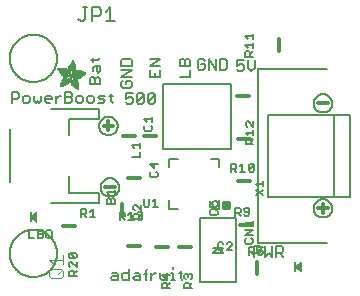
<source format=gbr>
G04 EAGLE Gerber RS-274X export*
G75*
%MOMM*%
%FSLAX34Y34*%
%LPD*%
%INSilkscreen Top*%
%IPPOS*%
%AMOC8*
5,1,8,0,0,1.08239X$1,22.5*%
G01*
%ADD10C,0.127000*%
%ADD11C,0.406400*%
%ADD12C,0.152400*%
%ADD13C,0.203200*%
%ADD14C,0.304800*%
%ADD15R,0.190500X0.889000*%
%ADD16C,0.101600*%
%ADD17R,0.034300X0.003800*%
%ADD18R,0.057200X0.003800*%
%ADD19R,0.076200X0.003800*%
%ADD20R,0.091400X0.003800*%
%ADD21R,0.102900X0.003800*%
%ADD22R,0.114300X0.003900*%
%ADD23R,0.129500X0.003800*%
%ADD24R,0.137200X0.003800*%
%ADD25R,0.144800X0.003800*%
%ADD26R,0.152400X0.003800*%
%ADD27R,0.160000X0.003800*%
%ADD28R,0.171500X0.003800*%
%ADD29R,0.175300X0.003800*%
%ADD30R,0.182900X0.003800*%
%ADD31R,0.190500X0.003800*%
%ADD32R,0.194300X0.003900*%
%ADD33R,0.201900X0.003800*%
%ADD34R,0.209500X0.003800*%
%ADD35R,0.213400X0.003800*%
%ADD36R,0.221000X0.003800*%
%ADD37R,0.224800X0.003800*%
%ADD38R,0.232400X0.003800*%
%ADD39R,0.240000X0.003800*%
%ADD40R,0.243800X0.003800*%
%ADD41R,0.247600X0.003800*%
%ADD42R,0.255300X0.003900*%
%ADD43R,0.259100X0.003800*%
%ADD44R,0.262900X0.003800*%
%ADD45R,0.270500X0.003800*%
%ADD46R,0.274300X0.003800*%
%ADD47R,0.281900X0.003800*%
%ADD48R,0.285700X0.003800*%
%ADD49R,0.289500X0.003800*%
%ADD50R,0.297200X0.003800*%
%ADD51R,0.301000X0.003800*%
%ADD52R,0.304800X0.003900*%
%ADD53R,0.312400X0.003800*%
%ADD54R,0.316200X0.003800*%
%ADD55R,0.320000X0.003800*%
%ADD56R,0.327600X0.003800*%
%ADD57R,0.331500X0.003800*%
%ADD58R,0.339100X0.003800*%
%ADD59R,0.342900X0.003800*%
%ADD60R,0.346700X0.003800*%
%ADD61R,0.354300X0.003800*%
%ADD62R,0.358100X0.003900*%
%ADD63R,0.361900X0.003800*%
%ADD64R,0.369600X0.003800*%
%ADD65R,0.373400X0.003800*%
%ADD66R,0.377200X0.003800*%
%ADD67R,0.384800X0.003800*%
%ADD68R,0.388600X0.003800*%
%ADD69R,0.396200X0.003800*%
%ADD70R,0.400000X0.003800*%
%ADD71R,0.403800X0.003800*%
%ADD72R,0.411500X0.003900*%
%ADD73R,0.415300X0.003800*%
%ADD74R,0.419100X0.003800*%
%ADD75R,0.045700X0.003800*%
%ADD76R,0.426700X0.003800*%
%ADD77R,0.072400X0.003800*%
%ADD78R,0.430500X0.003800*%
%ADD79R,0.095300X0.003800*%
%ADD80R,0.438100X0.003800*%
%ADD81R,0.110500X0.003800*%
%ADD82R,0.441900X0.003800*%
%ADD83R,0.445800X0.003800*%
%ADD84R,0.144700X0.003800*%
%ADD85R,0.453400X0.003800*%
%ADD86R,0.457200X0.003800*%
%ADD87R,0.175300X0.003900*%
%ADD88R,0.461000X0.003900*%
%ADD89R,0.468600X0.003800*%
%ADD90R,0.205800X0.003800*%
%ADD91R,0.472400X0.003800*%
%ADD92R,0.217200X0.003800*%
%ADD93R,0.476200X0.003800*%
%ADD94R,0.483900X0.003800*%
%ADD95R,0.247700X0.003800*%
%ADD96R,0.487700X0.003800*%
%ADD97R,0.495300X0.003800*%
%ADD98R,0.499100X0.003800*%
%ADD99R,0.502900X0.003800*%
%ADD100R,0.510500X0.003800*%
%ADD101R,0.308600X0.003900*%
%ADD102R,0.514300X0.003900*%
%ADD103R,0.323800X0.003800*%
%ADD104R,0.518100X0.003800*%
%ADD105R,0.335300X0.003800*%
%ADD106R,0.525800X0.003800*%
%ADD107R,0.529600X0.003800*%
%ADD108R,0.358100X0.003800*%
%ADD109R,0.533400X0.003800*%
%ADD110R,0.537200X0.003800*%
%ADD111R,0.381000X0.003800*%
%ADD112R,0.544800X0.003800*%
%ADD113R,0.392400X0.003800*%
%ADD114R,0.548600X0.003800*%
%ADD115R,0.552400X0.003800*%
%ADD116R,0.556200X0.003800*%
%ADD117R,0.422900X0.003900*%
%ADD118R,0.560100X0.003900*%
%ADD119R,0.434300X0.003800*%
%ADD120R,0.563900X0.003800*%
%ADD121R,0.567700X0.003800*%
%ADD122R,0.461000X0.003800*%
%ADD123R,0.571500X0.003800*%
%ADD124R,0.575300X0.003800*%
%ADD125R,0.480100X0.003800*%
%ADD126R,0.579100X0.003800*%
%ADD127R,0.491500X0.003800*%
%ADD128R,0.582900X0.003800*%
%ADD129R,0.586700X0.003800*%
%ADD130R,0.510600X0.003800*%
%ADD131R,0.590500X0.003800*%
%ADD132R,0.522000X0.003800*%
%ADD133R,0.594300X0.003800*%
%ADD134R,0.533400X0.003900*%
%ADD135R,0.598200X0.003900*%
%ADD136R,0.541000X0.003800*%
%ADD137R,0.602000X0.003800*%
%ADD138R,0.552500X0.003800*%
%ADD139R,0.605800X0.003800*%
%ADD140R,0.560100X0.003800*%
%ADD141R,0.609600X0.003800*%
%ADD142R,0.613400X0.003800*%
%ADD143R,0.583000X0.003800*%
%ADD144R,0.617200X0.003800*%
%ADD145R,0.594400X0.003800*%
%ADD146R,0.621000X0.003800*%
%ADD147R,0.598200X0.003800*%
%ADD148R,0.624800X0.003800*%
%ADD149R,0.613500X0.003900*%
%ADD150R,0.628600X0.003900*%
%ADD151R,0.632400X0.003800*%
%ADD152R,0.628600X0.003800*%
%ADD153R,0.636300X0.003800*%
%ADD154R,0.640100X0.003800*%
%ADD155R,0.636200X0.003800*%
%ADD156R,0.643900X0.003800*%
%ADD157R,0.647700X0.003800*%
%ADD158R,0.651500X0.003800*%
%ADD159R,0.659100X0.003800*%
%ADD160R,0.659100X0.003900*%
%ADD161R,0.655300X0.003900*%
%ADD162R,0.662900X0.003800*%
%ADD163R,0.655300X0.003800*%
%ADD164R,0.670500X0.003800*%
%ADD165R,0.670600X0.003800*%
%ADD166R,0.674400X0.003800*%
%ADD167R,0.682000X0.003800*%
%ADD168R,0.666700X0.003800*%
%ADD169R,0.685800X0.003800*%
%ADD170R,0.689600X0.003800*%
%ADD171R,0.693400X0.003900*%
%ADD172R,0.674400X0.003900*%
%ADD173R,0.697200X0.003800*%
%ADD174R,0.678200X0.003800*%
%ADD175R,0.697300X0.003800*%
%ADD176R,0.701100X0.003800*%
%ADD177R,0.704900X0.003800*%
%ADD178R,0.708700X0.003800*%
%ADD179R,0.712500X0.003800*%
%ADD180R,0.716300X0.003800*%
%ADD181R,0.720100X0.003900*%
%ADD182R,0.689600X0.003900*%
%ADD183R,0.720000X0.003800*%
%ADD184R,0.693400X0.003800*%
%ADD185R,0.723900X0.003800*%
%ADD186R,0.727700X0.003800*%
%ADD187R,0.731500X0.003800*%
%ADD188R,0.701000X0.003800*%
%ADD189R,0.735300X0.003800*%
%ADD190R,0.731500X0.003900*%
%ADD191R,0.701000X0.003900*%
%ADD192R,0.704800X0.003800*%
%ADD193R,0.739100X0.003800*%
%ADD194R,0.743000X0.003800*%
%ADD195R,0.739200X0.003800*%
%ADD196R,0.743000X0.003900*%
%ADD197R,0.704800X0.003900*%
%ADD198R,0.746800X0.003800*%
%ADD199R,0.746800X0.003900*%
%ADD200R,0.742900X0.003800*%
%ADD201R,0.746700X0.003800*%
%ADD202R,0.746700X0.003900*%
%ADD203R,1.428800X0.003800*%
%ADD204R,1.424900X0.003800*%
%ADD205R,1.421100X0.003900*%
%ADD206R,1.421100X0.003800*%
%ADD207R,1.417300X0.003800*%
%ADD208R,1.413500X0.003800*%
%ADD209R,1.409700X0.003800*%
%ADD210R,1.405900X0.003800*%
%ADD211R,1.402100X0.003800*%
%ADD212R,1.398300X0.003800*%
%ADD213R,0.983000X0.003900*%
%ADD214R,0.384800X0.003900*%
%ADD215R,0.971600X0.003800*%
%ADD216R,0.963900X0.003800*%
%ADD217R,0.956300X0.003800*%
%ADD218R,0.365800X0.003800*%
%ADD219R,0.952500X0.003800*%
%ADD220R,0.941000X0.003800*%
%ADD221R,0.358200X0.003800*%
%ADD222R,0.937200X0.003800*%
%ADD223R,0.933400X0.003800*%
%ADD224R,0.354400X0.003800*%
%ADD225R,0.925800X0.003800*%
%ADD226R,0.350500X0.003800*%
%ADD227R,0.922000X0.003800*%
%ADD228R,0.918200X0.003900*%
%ADD229R,0.346700X0.003900*%
%ADD230R,0.910600X0.003800*%
%ADD231R,0.906800X0.003800*%
%ADD232R,0.903000X0.003800*%
%ADD233R,0.339000X0.003800*%
%ADD234R,0.895300X0.003800*%
%ADD235R,0.335200X0.003800*%
%ADD236R,0.887700X0.003800*%
%ADD237R,0.883900X0.003800*%
%ADD238R,0.331400X0.003800*%
%ADD239R,0.880100X0.003800*%
%ADD240R,0.876300X0.003800*%
%ADD241R,0.468600X0.003900*%
%ADD242R,0.396200X0.003900*%
%ADD243R,0.323800X0.003900*%
%ADD244R,0.449600X0.003800*%
%ADD245R,0.323900X0.003800*%
%ADD246R,0.442000X0.003800*%
%ADD247R,0.434400X0.003800*%
%ADD248R,0.320100X0.003800*%
%ADD249R,0.316300X0.003800*%
%ADD250R,0.426800X0.003800*%
%ADD251R,0.327700X0.003800*%
%ADD252R,0.312500X0.003800*%
%ADD253R,0.422900X0.003800*%
%ADD254R,0.308600X0.003800*%
%ADD255R,0.293400X0.003800*%
%ADD256R,0.304800X0.003800*%
%ADD257R,0.419100X0.003900*%
%ADD258R,0.285700X0.003900*%
%ADD259R,0.301000X0.003900*%
%ADD260R,0.411500X0.003800*%
%ADD261R,0.407700X0.003800*%
%ADD262R,0.289600X0.003800*%
%ADD263R,0.285800X0.003800*%
%ADD264R,0.403900X0.003800*%
%ADD265R,0.228600X0.003800*%
%ADD266R,0.403900X0.003900*%
%ADD267R,0.221000X0.003900*%
%ADD268R,0.278100X0.003900*%
%ADD269R,0.400100X0.003800*%
%ADD270R,0.209600X0.003800*%
%ADD271R,0.266700X0.003800*%
%ADD272R,0.038100X0.003800*%
%ADD273R,0.194300X0.003800*%
%ADD274R,0.148600X0.003800*%
%ADD275R,0.259000X0.003800*%
%ADD276R,0.182800X0.003800*%
%ADD277R,0.186700X0.003800*%
%ADD278R,0.251400X0.003800*%
%ADD279R,0.179100X0.003800*%
%ADD280R,0.236200X0.003800*%
%ADD281R,0.243900X0.003900*%
%ADD282R,0.282000X0.003900*%
%ADD283R,0.167700X0.003800*%
%ADD284R,0.236300X0.003800*%
%ADD285R,0.396300X0.003800*%
%ADD286R,0.163900X0.003800*%
%ADD287R,0.392500X0.003800*%
%ADD288R,0.160100X0.003800*%
%ADD289R,0.586800X0.003800*%
%ADD290R,0.148500X0.003800*%
%ADD291R,0.140900X0.003800*%
%ADD292R,0.392400X0.003900*%
%ADD293R,0.140900X0.003900*%
%ADD294R,0.647700X0.003900*%
%ADD295R,0.133300X0.003800*%
%ADD296R,0.674300X0.003800*%
%ADD297R,0.388700X0.003800*%
%ADD298R,0.125700X0.003800*%
%ADD299R,0.121900X0.003800*%
%ADD300R,0.720100X0.003800*%
%ADD301R,0.118100X0.003800*%
%ADD302R,0.118100X0.003900*%
%ADD303R,0.739100X0.003900*%
%ADD304R,0.114300X0.003800*%
%ADD305R,0.754400X0.003800*%
%ADD306R,0.765800X0.003800*%
%ADD307R,0.773400X0.003800*%
%ADD308R,0.784800X0.003800*%
%ADD309R,0.118200X0.003800*%
%ADD310R,0.792500X0.003800*%
%ADD311R,0.803900X0.003800*%
%ADD312R,0.122000X0.003800*%
%ADD313R,0.815400X0.003800*%
%ADD314R,0.125800X0.003800*%
%ADD315R,0.826800X0.003800*%
%ADD316R,0.369500X0.003900*%
%ADD317R,0.133400X0.003900*%
%ADD318R,0.842000X0.003900*%
%ADD319R,0.365700X0.003800*%
%ADD320R,1.009700X0.003800*%
%ADD321R,1.013500X0.003800*%
%ADD322R,0.362000X0.003800*%
%ADD323R,1.024900X0.003800*%
%ADD324R,1.028700X0.003800*%
%ADD325R,1.036300X0.003800*%
%ADD326R,1.047800X0.003800*%
%ADD327R,1.055400X0.003800*%
%ADD328R,1.070600X0.003800*%
%ADD329R,0.030500X0.003800*%
%ADD330R,1.436400X0.003800*%
%ADD331R,1.562100X0.003900*%
%ADD332R,1.588700X0.003800*%
%ADD333R,1.607800X0.003800*%
%ADD334R,1.626900X0.003800*%
%ADD335R,1.642100X0.003800*%
%ADD336R,1.657400X0.003800*%
%ADD337R,1.676400X0.003800*%
%ADD338R,1.687800X0.003800*%
%ADD339R,1.703000X0.003800*%
%ADD340R,1.714500X0.003800*%
%ADD341R,1.726000X0.003900*%
%ADD342R,1.741200X0.003800*%
%ADD343R,0.914400X0.003800*%
%ADD344R,0.769600X0.003800*%
%ADD345R,0.884000X0.003800*%
%ADD346R,0.712400X0.003800*%
%ADD347R,0.880100X0.003900*%
%ADD348R,0.887800X0.003800*%
%ADD349R,0.891600X0.003800*%
%ADD350R,0.895400X0.003800*%
%ADD351R,0.251500X0.003800*%
%ADD352R,0.579200X0.003900*%
%ADD353R,0.243900X0.003800*%
%ADD354R,0.556300X0.003800*%
%ADD355R,0.255200X0.003800*%
%ADD356R,0.529500X0.003800*%
%ADD357R,0.731600X0.003800*%
%ADD358R,0.525800X0.003900*%
%ADD359R,0.281900X0.003900*%
%ADD360R,0.735400X0.003900*%
%ADD361R,0.300900X0.003800*%
%ADD362R,0.762000X0.003800*%
%ADD363R,0.518200X0.003800*%
%ADD364R,0.350600X0.003800*%
%ADD365R,0.796300X0.003800*%
%ADD366R,0.807800X0.003800*%
%ADD367R,0.506700X0.003800*%
%ADD368R,0.849600X0.003800*%
%ADD369R,0.506700X0.003900*%
%ADD370R,1.371600X0.003900*%
%ADD371R,1.207800X0.003800*%
%ADD372R,0.503000X0.003800*%
%ADD373R,0.141000X0.003800*%
%ADD374R,1.203900X0.003800*%
%ADD375R,1.204000X0.003800*%
%ADD376R,1.200200X0.003800*%
%ADD377R,0.499100X0.003900*%
%ADD378R,0.156200X0.003900*%
%ADD379R,1.196400X0.003900*%
%ADD380R,1.196400X0.003800*%
%ADD381R,0.163800X0.003800*%
%ADD382R,0.167600X0.003800*%
%ADD383R,1.192500X0.003800*%
%ADD384R,0.499200X0.003800*%
%ADD385R,1.188700X0.003800*%
%ADD386R,0.506800X0.003800*%
%ADD387R,1.184900X0.003800*%
%ADD388R,0.510600X0.003900*%
%ADD389R,0.209600X0.003900*%
%ADD390R,1.181100X0.003900*%
%ADD391R,0.514400X0.003800*%
%ADD392R,1.181100X0.003800*%
%ADD393R,1.177300X0.003800*%
%ADD394R,0.240100X0.003800*%
%ADD395R,1.173500X0.003800*%
%ADD396R,1.169700X0.003800*%
%ADD397R,1.165900X0.003800*%
%ADD398R,1.162100X0.003800*%
%ADD399R,0.929700X0.003900*%
%ADD400R,1.162100X0.003900*%
%ADD401R,0.929700X0.003800*%
%ADD402R,1.154500X0.003800*%
%ADD403R,0.933500X0.003800*%
%ADD404R,1.150600X0.003800*%
%ADD405R,0.937300X0.003800*%
%ADD406R,1.146800X0.003800*%
%ADD407R,0.941100X0.003800*%
%ADD408R,1.139200X0.003800*%
%ADD409R,0.944900X0.003800*%
%ADD410R,1.135400X0.003800*%
%ADD411R,0.948700X0.003800*%
%ADD412R,1.127800X0.003800*%
%ADD413R,1.124000X0.003800*%
%ADD414R,1.116400X0.003800*%
%ADD415R,0.956300X0.003900*%
%ADD416R,1.104900X0.003900*%
%ADD417R,0.960100X0.003800*%
%ADD418R,1.093500X0.003800*%
%ADD419R,1.085900X0.003800*%
%ADD420R,0.967800X0.003800*%
%ADD421R,1.074500X0.003800*%
%ADD422R,1.063000X0.003800*%
%ADD423R,0.975400X0.003800*%
%ADD424R,1.036400X0.003800*%
%ADD425R,0.979200X0.003800*%
%ADD426R,1.021000X0.003800*%
%ADD427R,0.983000X0.003800*%
%ADD428R,1.009600X0.003800*%
%ADD429R,0.986800X0.003800*%
%ADD430R,0.998200X0.003800*%
%ADD431R,0.990600X0.003900*%
%ADD432R,0.986700X0.003900*%
%ADD433R,0.994400X0.003800*%
%ADD434R,0.975300X0.003800*%
%ADD435R,0.948600X0.003800*%
%ADD436R,1.002000X0.003800*%
%ADD437R,0.213300X0.003800*%
%ADD438R,0.217100X0.003800*%
%ADD439R,1.017300X0.003800*%
%ADD440R,0.666800X0.003800*%
%ADD441R,0.220900X0.003800*%
%ADD442R,1.028700X0.003900*%
%ADD443R,0.224700X0.003900*%
%ADD444R,1.032500X0.003800*%
%ADD445R,1.040100X0.003800*%
%ADD446R,1.043900X0.003800*%
%ADD447R,0.548700X0.003800*%
%ADD448R,1.051500X0.003800*%
%ADD449R,1.055300X0.003800*%
%ADD450R,1.059100X0.003800*%
%ADD451R,1.062900X0.003800*%
%ADD452R,0.255300X0.003800*%
%ADD453R,1.066800X0.003900*%
%ADD454R,0.259100X0.003900*%
%ADD455R,0.457200X0.003900*%
%ADD456R,0.423000X0.003800*%
%ADD457R,1.082100X0.003800*%
%ADD458R,0.274400X0.003800*%
%ADD459R,0.278200X0.003800*%
%ADD460R,1.101100X0.003800*%
%ADD461R,0.278100X0.003800*%
%ADD462R,0.876300X0.003900*%
%ADD463R,0.236200X0.003900*%
%ADD464R,0.289600X0.003900*%
%ADD465R,0.247700X0.003900*%
%ADD466R,0.049500X0.003800*%
%ADD467R,0.640100X0.003900*%
%ADD468R,0.659200X0.003800*%
%ADD469R,0.663000X0.003800*%
%ADD470R,0.872500X0.003900*%
%ADD471R,0.666800X0.003900*%
%ADD472R,0.872500X0.003800*%
%ADD473R,0.868700X0.003800*%
%ADD474R,0.864900X0.003800*%
%ADD475R,0.861100X0.003800*%
%ADD476R,0.857300X0.003800*%
%ADD477R,0.853400X0.003800*%
%ADD478R,0.845800X0.003800*%
%ADD479R,0.682000X0.003900*%
%ADD480R,0.842000X0.003800*%
%ADD481R,0.834400X0.003800*%
%ADD482R,0.823000X0.003800*%
%ADD483R,0.815300X0.003800*%
%ADD484R,0.811500X0.003800*%
%ADD485R,0.788700X0.003800*%
%ADD486R,0.777300X0.003900*%
%ADD487R,0.750600X0.003800*%
%ADD488R,0.735400X0.003800*%
%ADD489R,0.727800X0.003800*%
%ADD490R,0.628700X0.003800*%
%ADD491R,0.575400X0.003800*%
%ADD492R,0.670600X0.003900*%
%ADD493R,0.655400X0.003800*%
%ADD494R,0.651500X0.003900*%
%ADD495R,0.624800X0.003900*%
%ADD496R,0.594400X0.003900*%
%ADD497R,0.563900X0.003900*%
%ADD498R,0.541100X0.003800*%
%ADD499R,0.537300X0.003800*%
%ADD500R,0.525700X0.003800*%
%ADD501R,0.525700X0.003900*%
%ADD502R,0.514300X0.003800*%
%ADD503R,0.480100X0.003900*%
%ADD504R,0.464800X0.003800*%
%ADD505R,0.442000X0.003900*%
%ADD506R,0.438200X0.003800*%
%ADD507R,0.430600X0.003800*%
%ADD508R,0.407600X0.003800*%
%ADD509R,0.403800X0.003900*%
%ADD510R,0.365700X0.003900*%
%ADD511R,0.327700X0.003900*%
%ADD512R,0.243800X0.003900*%
%ADD513R,0.205800X0.003900*%
%ADD514R,0.198100X0.003800*%
%ADD515R,0.163800X0.003900*%
%ADD516R,0.137100X0.003800*%
%ADD517R,0.091500X0.003900*%
%ADD518R,0.060900X0.003800*%

G36*
X27962Y51312D02*
X27962Y51312D01*
X27979Y51310D01*
X28082Y51332D01*
X28187Y51350D01*
X28202Y51358D01*
X28220Y51362D01*
X28310Y51416D01*
X28404Y51466D01*
X28416Y51479D01*
X28431Y51488D01*
X28500Y51568D01*
X28572Y51645D01*
X28579Y51662D01*
X28591Y51675D01*
X28630Y51773D01*
X28674Y51869D01*
X28676Y51887D01*
X28683Y51903D01*
X28701Y52070D01*
X28701Y59690D01*
X28699Y59707D01*
X28700Y59722D01*
X28700Y59725D01*
X28679Y59829D01*
X28662Y59933D01*
X28653Y59948D01*
X28650Y59966D01*
X28596Y60057D01*
X28546Y60150D01*
X28534Y60162D01*
X28525Y60178D01*
X28445Y60247D01*
X28368Y60320D01*
X28352Y60327D01*
X28338Y60339D01*
X28241Y60379D01*
X28145Y60423D01*
X28127Y60425D01*
X28111Y60432D01*
X28005Y60439D01*
X27901Y60450D01*
X27883Y60446D01*
X27865Y60448D01*
X27763Y60420D01*
X27690Y60404D01*
X27687Y60404D01*
X27660Y60398D01*
X27645Y60389D01*
X27628Y60384D01*
X27483Y60299D01*
X22403Y56489D01*
X22400Y56486D01*
X22397Y56484D01*
X22315Y56397D01*
X22233Y56312D01*
X22231Y56308D01*
X22228Y56305D01*
X22178Y56196D01*
X22128Y56089D01*
X22128Y56085D01*
X22126Y56081D01*
X22113Y55963D01*
X22100Y55845D01*
X22100Y55841D01*
X22100Y55836D01*
X22126Y55720D01*
X22151Y55604D01*
X22153Y55600D01*
X22154Y55596D01*
X22215Y55494D01*
X22276Y55392D01*
X22279Y55389D01*
X22281Y55386D01*
X22403Y55271D01*
X27483Y51461D01*
X27499Y51453D01*
X27512Y51441D01*
X27608Y51396D01*
X27701Y51347D01*
X27719Y51344D01*
X27735Y51337D01*
X27840Y51325D01*
X27944Y51309D01*
X27962Y51312D01*
G37*
G36*
X252072Y9082D02*
X252072Y9082D01*
X252089Y9080D01*
X252192Y9102D01*
X252297Y9120D01*
X252312Y9128D01*
X252330Y9132D01*
X252420Y9186D01*
X252514Y9236D01*
X252526Y9249D01*
X252541Y9258D01*
X252610Y9338D01*
X252682Y9415D01*
X252689Y9432D01*
X252701Y9445D01*
X252740Y9543D01*
X252784Y9639D01*
X252786Y9657D01*
X252793Y9673D01*
X252811Y9840D01*
X252811Y17460D01*
X252809Y17477D01*
X252810Y17492D01*
X252810Y17495D01*
X252789Y17599D01*
X252772Y17703D01*
X252763Y17718D01*
X252760Y17736D01*
X252706Y17827D01*
X252656Y17920D01*
X252644Y17932D01*
X252635Y17948D01*
X252555Y18017D01*
X252478Y18090D01*
X252462Y18097D01*
X252448Y18109D01*
X252351Y18149D01*
X252255Y18193D01*
X252237Y18195D01*
X252221Y18202D01*
X252115Y18209D01*
X252011Y18220D01*
X251993Y18216D01*
X251975Y18218D01*
X251873Y18190D01*
X251800Y18174D01*
X251797Y18174D01*
X251770Y18168D01*
X251755Y18159D01*
X251738Y18154D01*
X251593Y18069D01*
X246513Y14259D01*
X246510Y14256D01*
X246507Y14254D01*
X246425Y14167D01*
X246343Y14082D01*
X246341Y14078D01*
X246338Y14075D01*
X246288Y13966D01*
X246238Y13859D01*
X246238Y13855D01*
X246236Y13851D01*
X246223Y13733D01*
X246210Y13615D01*
X246210Y13611D01*
X246210Y13606D01*
X246236Y13490D01*
X246261Y13374D01*
X246263Y13370D01*
X246264Y13366D01*
X246325Y13264D01*
X246386Y13162D01*
X246389Y13159D01*
X246391Y13156D01*
X246513Y13041D01*
X251593Y9231D01*
X251609Y9223D01*
X251622Y9211D01*
X251718Y9166D01*
X251811Y9117D01*
X251829Y9114D01*
X251845Y9107D01*
X251950Y9095D01*
X252054Y9079D01*
X252072Y9082D01*
G37*
D10*
X212342Y22595D02*
X212342Y31493D01*
X216791Y31493D01*
X218274Y30010D01*
X218274Y27044D01*
X216791Y25561D01*
X212342Y25561D01*
X221697Y22595D02*
X221697Y31493D01*
X224663Y25561D02*
X221697Y22595D01*
X224663Y25561D02*
X227629Y22595D01*
X227629Y31493D01*
X231053Y31493D02*
X231053Y22595D01*
X231053Y31493D02*
X235501Y31493D01*
X236984Y30010D01*
X236984Y27044D01*
X235501Y25561D01*
X231053Y25561D01*
X234018Y25561D02*
X236984Y22595D01*
X81915Y168728D02*
X73017Y168728D01*
X73017Y173177D01*
X74500Y174660D01*
X75983Y174660D01*
X77466Y173177D01*
X78949Y174660D01*
X80432Y174660D01*
X81915Y173177D01*
X81915Y168728D01*
X77466Y168728D02*
X77466Y173177D01*
X75983Y179566D02*
X75983Y182532D01*
X77466Y184015D01*
X81915Y184015D01*
X81915Y179566D01*
X80432Y178083D01*
X78949Y179566D01*
X78949Y184015D01*
X80432Y188921D02*
X74500Y188921D01*
X80432Y188921D02*
X81915Y190404D01*
X75983Y190404D02*
X75983Y187438D01*
X99687Y170058D02*
X101170Y171541D01*
X99687Y170058D02*
X99687Y167092D01*
X101170Y165609D01*
X107102Y165609D01*
X108585Y167092D01*
X108585Y170058D01*
X107102Y171541D01*
X104136Y171541D01*
X104136Y168575D01*
X108585Y174965D02*
X99687Y174965D01*
X108585Y180896D01*
X99687Y180896D01*
X99687Y184320D02*
X108585Y184320D01*
X108585Y188769D01*
X107102Y190252D01*
X101170Y190252D01*
X99687Y188769D01*
X99687Y184320D01*
X123817Y180896D02*
X123817Y174965D01*
X132715Y174965D01*
X132715Y180896D01*
X128266Y177930D02*
X128266Y174965D01*
X132715Y184320D02*
X123817Y184320D01*
X132715Y190252D01*
X123817Y190252D01*
X149217Y174965D02*
X158115Y174965D01*
X158115Y180896D01*
X158115Y184320D02*
X149217Y184320D01*
X149217Y188769D01*
X150700Y190252D01*
X152183Y190252D01*
X153666Y188769D01*
X155149Y190252D01*
X156632Y190252D01*
X158115Y188769D01*
X158115Y184320D01*
X153666Y184320D02*
X153666Y188769D01*
X168788Y189873D02*
X170271Y188390D01*
X168788Y189873D02*
X165822Y189873D01*
X164339Y188390D01*
X164339Y182458D01*
X165822Y180975D01*
X168788Y180975D01*
X170271Y182458D01*
X170271Y185424D01*
X167305Y185424D01*
X173695Y180975D02*
X173695Y189873D01*
X179626Y180975D01*
X179626Y189873D01*
X183050Y189873D02*
X183050Y180975D01*
X187499Y180975D01*
X188982Y182458D01*
X188982Y188390D01*
X187499Y189873D01*
X183050Y189873D01*
X197485Y188603D02*
X203417Y188603D01*
X197485Y188603D02*
X197485Y184154D01*
X200451Y185637D01*
X201934Y185637D01*
X203417Y184154D01*
X203417Y181188D01*
X201934Y179705D01*
X198968Y179705D01*
X197485Y181188D01*
X206840Y182671D02*
X206840Y188603D01*
X206840Y182671D02*
X209806Y179705D01*
X212772Y182671D01*
X212772Y188603D01*
X6985Y161933D02*
X6985Y153035D01*
X6985Y161933D02*
X11434Y161933D01*
X12917Y160450D01*
X12917Y157484D01*
X11434Y156001D01*
X6985Y156001D01*
X17823Y153035D02*
X20789Y153035D01*
X22272Y154518D01*
X22272Y157484D01*
X20789Y158967D01*
X17823Y158967D01*
X16340Y157484D01*
X16340Y154518D01*
X17823Y153035D01*
X25695Y154518D02*
X25695Y158967D01*
X25695Y154518D02*
X27178Y153035D01*
X28661Y154518D01*
X30144Y153035D01*
X31627Y154518D01*
X31627Y158967D01*
X36533Y153035D02*
X39499Y153035D01*
X36533Y153035D02*
X35051Y154518D01*
X35051Y157484D01*
X36533Y158967D01*
X39499Y158967D01*
X40982Y157484D01*
X40982Y156001D01*
X35051Y156001D01*
X44406Y153035D02*
X44406Y158967D01*
X44406Y156001D02*
X47372Y158967D01*
X48855Y158967D01*
X52202Y161933D02*
X52202Y153035D01*
X52202Y161933D02*
X56651Y161933D01*
X58133Y160450D01*
X58133Y158967D01*
X56651Y157484D01*
X58133Y156001D01*
X58133Y154518D01*
X56651Y153035D01*
X52202Y153035D01*
X52202Y157484D02*
X56651Y157484D01*
X63040Y153035D02*
X66006Y153035D01*
X67489Y154518D01*
X67489Y157484D01*
X66006Y158967D01*
X63040Y158967D01*
X61557Y157484D01*
X61557Y154518D01*
X63040Y153035D01*
X72395Y153035D02*
X75361Y153035D01*
X76844Y154518D01*
X76844Y157484D01*
X75361Y158967D01*
X72395Y158967D01*
X70912Y157484D01*
X70912Y154518D01*
X72395Y153035D01*
X80267Y153035D02*
X84716Y153035D01*
X86199Y154518D01*
X84716Y156001D01*
X81750Y156001D01*
X80267Y157484D01*
X81750Y158967D01*
X86199Y158967D01*
X91105Y160450D02*
X91105Y154518D01*
X92588Y153035D01*
X92588Y158967D02*
X89622Y158967D01*
X92288Y9107D02*
X95254Y9107D01*
X96737Y7624D01*
X96737Y3175D01*
X92288Y3175D01*
X90805Y4658D01*
X92288Y6141D01*
X96737Y6141D01*
X106092Y3175D02*
X106092Y12073D01*
X106092Y3175D02*
X101643Y3175D01*
X100160Y4658D01*
X100160Y7624D01*
X101643Y9107D01*
X106092Y9107D01*
X110998Y9107D02*
X113964Y9107D01*
X115447Y7624D01*
X115447Y3175D01*
X110998Y3175D01*
X109515Y4658D01*
X110998Y6141D01*
X115447Y6141D01*
X120353Y3175D02*
X120353Y10590D01*
X121836Y12073D01*
X121836Y7624D02*
X118871Y7624D01*
X125107Y9107D02*
X125107Y3175D01*
X125107Y6141D02*
X128073Y9107D01*
X129556Y9107D01*
X132903Y9107D02*
X132903Y4658D01*
X134386Y3175D01*
X138835Y3175D01*
X138835Y9107D01*
X142259Y9107D02*
X143741Y9107D01*
X143741Y3175D01*
X142259Y3175D02*
X145224Y3175D01*
X143741Y12073D02*
X143741Y13556D01*
X149978Y10590D02*
X149978Y4658D01*
X151461Y3175D01*
X151461Y9107D02*
X148495Y9107D01*
X109437Y160663D02*
X103505Y160663D01*
X103505Y156214D01*
X106471Y157697D01*
X107954Y157697D01*
X109437Y156214D01*
X109437Y153248D01*
X107954Y151765D01*
X104988Y151765D01*
X103505Y153248D01*
X112860Y153248D02*
X112860Y159180D01*
X114343Y160663D01*
X117309Y160663D01*
X118792Y159180D01*
X118792Y153248D01*
X117309Y151765D01*
X114343Y151765D01*
X112860Y153248D01*
X118792Y159180D01*
X122215Y159180D02*
X122215Y153248D01*
X122215Y159180D02*
X123698Y160663D01*
X126664Y160663D01*
X128147Y159180D01*
X128147Y153248D01*
X126664Y151765D01*
X123698Y151765D01*
X122215Y153248D01*
X128147Y159180D01*
X175430Y63280D02*
X182430Y63280D01*
X182430Y70280D01*
X147430Y63280D02*
X140430Y63280D01*
X140430Y70280D01*
X182430Y98280D02*
X182430Y105280D01*
X175430Y105280D01*
X140430Y105280D02*
X140430Y98280D01*
X140430Y105280D02*
X147430Y105280D01*
D11*
X186430Y66280D02*
X186432Y66369D01*
X186438Y66458D01*
X186448Y66547D01*
X186462Y66635D01*
X186479Y66722D01*
X186501Y66808D01*
X186527Y66894D01*
X186556Y66978D01*
X186589Y67061D01*
X186625Y67142D01*
X186666Y67222D01*
X186709Y67299D01*
X186756Y67375D01*
X186807Y67448D01*
X186860Y67519D01*
X186917Y67588D01*
X186977Y67654D01*
X187040Y67718D01*
X187105Y67778D01*
X187173Y67836D01*
X187244Y67890D01*
X187317Y67941D01*
X187392Y67989D01*
X187469Y68034D01*
X187548Y68075D01*
X187629Y68112D01*
X187711Y68146D01*
X187795Y68177D01*
X187880Y68203D01*
X187966Y68226D01*
X188053Y68244D01*
X188141Y68259D01*
X188230Y68270D01*
X188319Y68277D01*
X188408Y68280D01*
X188497Y68279D01*
X188586Y68274D01*
X188674Y68265D01*
X188763Y68252D01*
X188850Y68235D01*
X188937Y68215D01*
X189023Y68190D01*
X189107Y68162D01*
X189190Y68130D01*
X189272Y68094D01*
X189352Y68055D01*
X189430Y68012D01*
X189506Y67966D01*
X189580Y67916D01*
X189652Y67863D01*
X189721Y67807D01*
X189788Y67748D01*
X189852Y67686D01*
X189913Y67622D01*
X189972Y67554D01*
X190027Y67484D01*
X190079Y67412D01*
X190128Y67337D01*
X190173Y67261D01*
X190215Y67182D01*
X190253Y67102D01*
X190288Y67020D01*
X190319Y66936D01*
X190347Y66851D01*
X190370Y66765D01*
X190390Y66678D01*
X190406Y66591D01*
X190418Y66502D01*
X190426Y66414D01*
X190430Y66325D01*
X190430Y66235D01*
X190426Y66146D01*
X190418Y66058D01*
X190406Y65969D01*
X190390Y65882D01*
X190370Y65795D01*
X190347Y65709D01*
X190319Y65624D01*
X190288Y65540D01*
X190253Y65458D01*
X190215Y65378D01*
X190173Y65299D01*
X190128Y65223D01*
X190079Y65148D01*
X190027Y65076D01*
X189972Y65006D01*
X189913Y64938D01*
X189852Y64874D01*
X189788Y64812D01*
X189721Y64753D01*
X189652Y64697D01*
X189580Y64644D01*
X189506Y64594D01*
X189430Y64548D01*
X189352Y64505D01*
X189272Y64466D01*
X189190Y64430D01*
X189107Y64398D01*
X189023Y64370D01*
X188937Y64345D01*
X188850Y64325D01*
X188763Y64308D01*
X188674Y64295D01*
X188586Y64286D01*
X188497Y64281D01*
X188408Y64280D01*
X188319Y64283D01*
X188230Y64290D01*
X188141Y64301D01*
X188053Y64316D01*
X187966Y64334D01*
X187880Y64357D01*
X187795Y64383D01*
X187711Y64414D01*
X187629Y64448D01*
X187548Y64485D01*
X187469Y64526D01*
X187392Y64571D01*
X187317Y64619D01*
X187244Y64670D01*
X187173Y64724D01*
X187105Y64782D01*
X187040Y64842D01*
X186977Y64906D01*
X186917Y64972D01*
X186860Y65041D01*
X186807Y65112D01*
X186756Y65185D01*
X186709Y65261D01*
X186666Y65338D01*
X186625Y65418D01*
X186589Y65499D01*
X186556Y65582D01*
X186527Y65666D01*
X186501Y65752D01*
X186479Y65838D01*
X186462Y65925D01*
X186448Y66013D01*
X186438Y66102D01*
X186432Y66191D01*
X186430Y66280D01*
D12*
X118952Y65964D02*
X118952Y71472D01*
X118952Y65964D02*
X120054Y64862D01*
X122257Y64862D01*
X123358Y65964D01*
X123358Y71472D01*
X126436Y69268D02*
X128639Y71472D01*
X128639Y64862D01*
X126436Y64862D02*
X130843Y64862D01*
D13*
X135510Y168760D02*
X192510Y168760D01*
X192510Y113760D01*
X135510Y113760D01*
X135510Y168760D01*
D12*
X115248Y107022D02*
X108638Y107022D01*
X115248Y107022D02*
X115248Y111428D01*
X110842Y114506D02*
X108638Y116709D01*
X115248Y116709D01*
X115248Y114506D02*
X115248Y118913D01*
D14*
X111760Y124460D02*
X101600Y124460D01*
D12*
X119136Y132434D02*
X120238Y133535D01*
X119136Y132434D02*
X119136Y130230D01*
X120238Y129129D01*
X124644Y129129D01*
X125746Y130230D01*
X125746Y132434D01*
X124644Y133535D01*
X121340Y136613D02*
X119136Y138816D01*
X125746Y138816D01*
X125746Y136613D02*
X125746Y141019D01*
D13*
X5560Y130450D02*
X5560Y85450D01*
X40560Y147950D02*
X80560Y147950D01*
X80560Y139450D01*
X55560Y139450D01*
X55560Y125450D01*
X55560Y90450D02*
X55560Y76450D01*
X80560Y76450D01*
X80560Y67950D01*
X40560Y67950D01*
D12*
X87503Y67487D02*
X94113Y67487D01*
X87503Y67487D02*
X87503Y70792D01*
X88605Y71893D01*
X89707Y71893D01*
X90808Y70792D01*
X91910Y71893D01*
X93011Y71893D01*
X94113Y70792D01*
X94113Y67487D01*
X90808Y67487D02*
X90808Y70792D01*
X89707Y74971D02*
X87503Y77174D01*
X94113Y77174D01*
X94113Y74971D02*
X94113Y79378D01*
D14*
X200660Y49530D02*
X210820Y49530D01*
D12*
X186033Y33500D02*
X184932Y34602D01*
X182729Y34602D01*
X181627Y33500D01*
X181627Y29094D01*
X182729Y27992D01*
X184932Y27992D01*
X186033Y29094D01*
X189111Y27992D02*
X193518Y27992D01*
X193518Y32398D02*
X189111Y27992D01*
X193518Y32398D02*
X193518Y33500D01*
X192416Y34602D01*
X190213Y34602D01*
X189111Y33500D01*
D13*
X5400Y190500D02*
X5406Y190991D01*
X5424Y191481D01*
X5454Y191971D01*
X5496Y192460D01*
X5550Y192948D01*
X5616Y193435D01*
X5694Y193919D01*
X5784Y194402D01*
X5886Y194882D01*
X5999Y195360D01*
X6124Y195834D01*
X6261Y196306D01*
X6409Y196774D01*
X6569Y197238D01*
X6740Y197698D01*
X6922Y198154D01*
X7116Y198605D01*
X7320Y199051D01*
X7536Y199492D01*
X7762Y199928D01*
X7998Y200358D01*
X8245Y200782D01*
X8503Y201200D01*
X8771Y201611D01*
X9048Y202016D01*
X9336Y202414D01*
X9633Y202805D01*
X9940Y203188D01*
X10256Y203563D01*
X10581Y203931D01*
X10915Y204291D01*
X11258Y204642D01*
X11609Y204985D01*
X11969Y205319D01*
X12337Y205644D01*
X12712Y205960D01*
X13095Y206267D01*
X13486Y206564D01*
X13884Y206852D01*
X14289Y207129D01*
X14700Y207397D01*
X15118Y207655D01*
X15542Y207902D01*
X15972Y208138D01*
X16408Y208364D01*
X16849Y208580D01*
X17295Y208784D01*
X17746Y208978D01*
X18202Y209160D01*
X18662Y209331D01*
X19126Y209491D01*
X19594Y209639D01*
X20066Y209776D01*
X20540Y209901D01*
X21018Y210014D01*
X21498Y210116D01*
X21981Y210206D01*
X22465Y210284D01*
X22952Y210350D01*
X23440Y210404D01*
X23929Y210446D01*
X24419Y210476D01*
X24909Y210494D01*
X25400Y210500D01*
X25891Y210494D01*
X26381Y210476D01*
X26871Y210446D01*
X27360Y210404D01*
X27848Y210350D01*
X28335Y210284D01*
X28819Y210206D01*
X29302Y210116D01*
X29782Y210014D01*
X30260Y209901D01*
X30734Y209776D01*
X31206Y209639D01*
X31674Y209491D01*
X32138Y209331D01*
X32598Y209160D01*
X33054Y208978D01*
X33505Y208784D01*
X33951Y208580D01*
X34392Y208364D01*
X34828Y208138D01*
X35258Y207902D01*
X35682Y207655D01*
X36100Y207397D01*
X36511Y207129D01*
X36916Y206852D01*
X37314Y206564D01*
X37705Y206267D01*
X38088Y205960D01*
X38463Y205644D01*
X38831Y205319D01*
X39191Y204985D01*
X39542Y204642D01*
X39885Y204291D01*
X40219Y203931D01*
X40544Y203563D01*
X40860Y203188D01*
X41167Y202805D01*
X41464Y202414D01*
X41752Y202016D01*
X42029Y201611D01*
X42297Y201200D01*
X42555Y200782D01*
X42802Y200358D01*
X43038Y199928D01*
X43264Y199492D01*
X43480Y199051D01*
X43684Y198605D01*
X43878Y198154D01*
X44060Y197698D01*
X44231Y197238D01*
X44391Y196774D01*
X44539Y196306D01*
X44676Y195834D01*
X44801Y195360D01*
X44914Y194882D01*
X45016Y194402D01*
X45106Y193919D01*
X45184Y193435D01*
X45250Y192948D01*
X45304Y192460D01*
X45346Y191971D01*
X45376Y191481D01*
X45394Y190991D01*
X45400Y190500D01*
X45394Y190009D01*
X45376Y189519D01*
X45346Y189029D01*
X45304Y188540D01*
X45250Y188052D01*
X45184Y187565D01*
X45106Y187081D01*
X45016Y186598D01*
X44914Y186118D01*
X44801Y185640D01*
X44676Y185166D01*
X44539Y184694D01*
X44391Y184226D01*
X44231Y183762D01*
X44060Y183302D01*
X43878Y182846D01*
X43684Y182395D01*
X43480Y181949D01*
X43264Y181508D01*
X43038Y181072D01*
X42802Y180642D01*
X42555Y180218D01*
X42297Y179800D01*
X42029Y179389D01*
X41752Y178984D01*
X41464Y178586D01*
X41167Y178195D01*
X40860Y177812D01*
X40544Y177437D01*
X40219Y177069D01*
X39885Y176709D01*
X39542Y176358D01*
X39191Y176015D01*
X38831Y175681D01*
X38463Y175356D01*
X38088Y175040D01*
X37705Y174733D01*
X37314Y174436D01*
X36916Y174148D01*
X36511Y173871D01*
X36100Y173603D01*
X35682Y173345D01*
X35258Y173098D01*
X34828Y172862D01*
X34392Y172636D01*
X33951Y172420D01*
X33505Y172216D01*
X33054Y172022D01*
X32598Y171840D01*
X32138Y171669D01*
X31674Y171509D01*
X31206Y171361D01*
X30734Y171224D01*
X30260Y171099D01*
X29782Y170986D01*
X29302Y170884D01*
X28819Y170794D01*
X28335Y170716D01*
X27848Y170650D01*
X27360Y170596D01*
X26871Y170554D01*
X26381Y170524D01*
X25891Y170506D01*
X25400Y170500D01*
X24909Y170506D01*
X24419Y170524D01*
X23929Y170554D01*
X23440Y170596D01*
X22952Y170650D01*
X22465Y170716D01*
X21981Y170794D01*
X21498Y170884D01*
X21018Y170986D01*
X20540Y171099D01*
X20066Y171224D01*
X19594Y171361D01*
X19126Y171509D01*
X18662Y171669D01*
X18202Y171840D01*
X17746Y172022D01*
X17295Y172216D01*
X16849Y172420D01*
X16408Y172636D01*
X15972Y172862D01*
X15542Y173098D01*
X15118Y173345D01*
X14700Y173603D01*
X14289Y173871D01*
X13884Y174148D01*
X13486Y174436D01*
X13095Y174733D01*
X12712Y175040D01*
X12337Y175356D01*
X11969Y175681D01*
X11609Y176015D01*
X11258Y176358D01*
X10915Y176709D01*
X10581Y177069D01*
X10256Y177437D01*
X9940Y177812D01*
X9633Y178195D01*
X9336Y178586D01*
X9048Y178984D01*
X8771Y179389D01*
X8503Y179800D01*
X8245Y180218D01*
X7998Y180642D01*
X7762Y181072D01*
X7536Y181508D01*
X7320Y181949D01*
X7116Y182395D01*
X6922Y182846D01*
X6740Y183302D01*
X6569Y183762D01*
X6409Y184226D01*
X6261Y184694D01*
X6124Y185166D01*
X5999Y185640D01*
X5886Y186118D01*
X5784Y186598D01*
X5694Y187081D01*
X5616Y187565D01*
X5550Y188052D01*
X5496Y188540D01*
X5454Y189029D01*
X5424Y189519D01*
X5406Y190009D01*
X5400Y190500D01*
X5400Y25400D02*
X5406Y25891D01*
X5424Y26381D01*
X5454Y26871D01*
X5496Y27360D01*
X5550Y27848D01*
X5616Y28335D01*
X5694Y28819D01*
X5784Y29302D01*
X5886Y29782D01*
X5999Y30260D01*
X6124Y30734D01*
X6261Y31206D01*
X6409Y31674D01*
X6569Y32138D01*
X6740Y32598D01*
X6922Y33054D01*
X7116Y33505D01*
X7320Y33951D01*
X7536Y34392D01*
X7762Y34828D01*
X7998Y35258D01*
X8245Y35682D01*
X8503Y36100D01*
X8771Y36511D01*
X9048Y36916D01*
X9336Y37314D01*
X9633Y37705D01*
X9940Y38088D01*
X10256Y38463D01*
X10581Y38831D01*
X10915Y39191D01*
X11258Y39542D01*
X11609Y39885D01*
X11969Y40219D01*
X12337Y40544D01*
X12712Y40860D01*
X13095Y41167D01*
X13486Y41464D01*
X13884Y41752D01*
X14289Y42029D01*
X14700Y42297D01*
X15118Y42555D01*
X15542Y42802D01*
X15972Y43038D01*
X16408Y43264D01*
X16849Y43480D01*
X17295Y43684D01*
X17746Y43878D01*
X18202Y44060D01*
X18662Y44231D01*
X19126Y44391D01*
X19594Y44539D01*
X20066Y44676D01*
X20540Y44801D01*
X21018Y44914D01*
X21498Y45016D01*
X21981Y45106D01*
X22465Y45184D01*
X22952Y45250D01*
X23440Y45304D01*
X23929Y45346D01*
X24419Y45376D01*
X24909Y45394D01*
X25400Y45400D01*
X25891Y45394D01*
X26381Y45376D01*
X26871Y45346D01*
X27360Y45304D01*
X27848Y45250D01*
X28335Y45184D01*
X28819Y45106D01*
X29302Y45016D01*
X29782Y44914D01*
X30260Y44801D01*
X30734Y44676D01*
X31206Y44539D01*
X31674Y44391D01*
X32138Y44231D01*
X32598Y44060D01*
X33054Y43878D01*
X33505Y43684D01*
X33951Y43480D01*
X34392Y43264D01*
X34828Y43038D01*
X35258Y42802D01*
X35682Y42555D01*
X36100Y42297D01*
X36511Y42029D01*
X36916Y41752D01*
X37314Y41464D01*
X37705Y41167D01*
X38088Y40860D01*
X38463Y40544D01*
X38831Y40219D01*
X39191Y39885D01*
X39542Y39542D01*
X39885Y39191D01*
X40219Y38831D01*
X40544Y38463D01*
X40860Y38088D01*
X41167Y37705D01*
X41464Y37314D01*
X41752Y36916D01*
X42029Y36511D01*
X42297Y36100D01*
X42555Y35682D01*
X42802Y35258D01*
X43038Y34828D01*
X43264Y34392D01*
X43480Y33951D01*
X43684Y33505D01*
X43878Y33054D01*
X44060Y32598D01*
X44231Y32138D01*
X44391Y31674D01*
X44539Y31206D01*
X44676Y30734D01*
X44801Y30260D01*
X44914Y29782D01*
X45016Y29302D01*
X45106Y28819D01*
X45184Y28335D01*
X45250Y27848D01*
X45304Y27360D01*
X45346Y26871D01*
X45376Y26381D01*
X45394Y25891D01*
X45400Y25400D01*
X45394Y24909D01*
X45376Y24419D01*
X45346Y23929D01*
X45304Y23440D01*
X45250Y22952D01*
X45184Y22465D01*
X45106Y21981D01*
X45016Y21498D01*
X44914Y21018D01*
X44801Y20540D01*
X44676Y20066D01*
X44539Y19594D01*
X44391Y19126D01*
X44231Y18662D01*
X44060Y18202D01*
X43878Y17746D01*
X43684Y17295D01*
X43480Y16849D01*
X43264Y16408D01*
X43038Y15972D01*
X42802Y15542D01*
X42555Y15118D01*
X42297Y14700D01*
X42029Y14289D01*
X41752Y13884D01*
X41464Y13486D01*
X41167Y13095D01*
X40860Y12712D01*
X40544Y12337D01*
X40219Y11969D01*
X39885Y11609D01*
X39542Y11258D01*
X39191Y10915D01*
X38831Y10581D01*
X38463Y10256D01*
X38088Y9940D01*
X37705Y9633D01*
X37314Y9336D01*
X36916Y9048D01*
X36511Y8771D01*
X36100Y8503D01*
X35682Y8245D01*
X35258Y7998D01*
X34828Y7762D01*
X34392Y7536D01*
X33951Y7320D01*
X33505Y7116D01*
X33054Y6922D01*
X32598Y6740D01*
X32138Y6569D01*
X31674Y6409D01*
X31206Y6261D01*
X30734Y6124D01*
X30260Y5999D01*
X29782Y5886D01*
X29302Y5784D01*
X28819Y5694D01*
X28335Y5616D01*
X27848Y5550D01*
X27360Y5496D01*
X26871Y5454D01*
X26381Y5424D01*
X25891Y5406D01*
X25400Y5400D01*
X24909Y5406D01*
X24419Y5424D01*
X23929Y5454D01*
X23440Y5496D01*
X22952Y5550D01*
X22465Y5616D01*
X21981Y5694D01*
X21498Y5784D01*
X21018Y5886D01*
X20540Y5999D01*
X20066Y6124D01*
X19594Y6261D01*
X19126Y6409D01*
X18662Y6569D01*
X18202Y6740D01*
X17746Y6922D01*
X17295Y7116D01*
X16849Y7320D01*
X16408Y7536D01*
X15972Y7762D01*
X15542Y7998D01*
X15118Y8245D01*
X14700Y8503D01*
X14289Y8771D01*
X13884Y9048D01*
X13486Y9336D01*
X13095Y9633D01*
X12712Y9940D01*
X12337Y10256D01*
X11969Y10581D01*
X11609Y10915D01*
X11258Y11258D01*
X10915Y11609D01*
X10581Y11969D01*
X10256Y12337D01*
X9940Y12712D01*
X9633Y13095D01*
X9336Y13486D01*
X9048Y13884D01*
X8771Y14289D01*
X8503Y14700D01*
X8245Y15118D01*
X7998Y15542D01*
X7762Y15972D01*
X7536Y16408D01*
X7320Y16849D01*
X7116Y17295D01*
X6922Y17746D01*
X6740Y18202D01*
X6569Y18662D01*
X6409Y19126D01*
X6261Y19594D01*
X6124Y20066D01*
X5999Y20540D01*
X5886Y21018D01*
X5784Y21498D01*
X5694Y21981D01*
X5616Y22465D01*
X5550Y22952D01*
X5496Y23440D01*
X5454Y23929D01*
X5424Y24419D01*
X5406Y24909D01*
X5400Y25400D01*
X223810Y72680D02*
X279810Y72680D01*
X293810Y72680D01*
X293810Y142680D01*
X279810Y142680D01*
X223810Y142680D01*
X223810Y72680D01*
X279810Y72680D02*
X279810Y142680D01*
D12*
X220148Y78848D02*
X213538Y74442D01*
X213538Y78848D02*
X220148Y74442D01*
X215742Y81926D02*
X213538Y84129D01*
X220148Y84129D01*
X220148Y81926D02*
X220148Y86333D01*
D14*
X208780Y86370D02*
X198620Y86370D01*
D12*
X196369Y63914D02*
X196369Y57304D01*
X196369Y63914D02*
X199674Y63914D01*
X200775Y62812D01*
X200775Y60609D01*
X199674Y59507D01*
X196369Y59507D01*
X198572Y59507D02*
X200775Y57304D01*
X203853Y58406D02*
X204954Y57304D01*
X207158Y57304D01*
X208259Y58406D01*
X208259Y62812D01*
X207158Y63914D01*
X204954Y63914D01*
X203853Y62812D01*
X203853Y61710D01*
X204954Y60609D01*
X208259Y60609D01*
D14*
X208600Y122530D02*
X198440Y122530D01*
D12*
X192705Y101074D02*
X192705Y94464D01*
X192705Y101074D02*
X196009Y101074D01*
X197111Y99972D01*
X197111Y97769D01*
X196009Y96667D01*
X192705Y96667D01*
X194908Y96667D02*
X197111Y94464D01*
X200189Y98870D02*
X202392Y101074D01*
X202392Y94464D01*
X200189Y94464D02*
X204595Y94464D01*
X207673Y95566D02*
X207673Y99972D01*
X208774Y101074D01*
X210978Y101074D01*
X212079Y99972D01*
X212079Y95566D01*
X210978Y94464D01*
X208774Y94464D01*
X207673Y95566D01*
X212079Y99972D01*
D14*
X233680Y196850D02*
X233680Y207010D01*
D12*
X211218Y191817D02*
X204608Y191817D01*
X204608Y195122D01*
X205710Y196223D01*
X207913Y196223D01*
X209015Y195122D01*
X209015Y191817D01*
X209015Y194020D02*
X211218Y196223D01*
X206812Y199301D02*
X204608Y201504D01*
X211218Y201504D01*
X211218Y199301D02*
X211218Y203708D01*
X206812Y206785D02*
X204608Y208989D01*
X211218Y208989D01*
X211218Y211192D02*
X211218Y206785D01*
D14*
X208280Y158750D02*
X198120Y158750D01*
D12*
X205128Y117637D02*
X211738Y117637D01*
X205128Y117637D02*
X205128Y120942D01*
X206230Y122043D01*
X208433Y122043D01*
X209535Y120942D01*
X209535Y117637D01*
X209535Y119840D02*
X211738Y122043D01*
X207332Y125121D02*
X205128Y127324D01*
X211738Y127324D01*
X211738Y125121D02*
X211738Y129528D01*
X211738Y132605D02*
X211738Y137012D01*
X207332Y137012D02*
X211738Y132605D01*
X207332Y137012D02*
X206230Y137012D01*
X205128Y135910D01*
X205128Y133707D01*
X206230Y132605D01*
D13*
X215440Y181950D02*
X215440Y33950D01*
D10*
X215900Y34290D02*
X274320Y34290D01*
X274320Y181610D02*
X215900Y181610D01*
D12*
X205470Y37918D02*
X204368Y36817D01*
X204368Y34614D01*
X205470Y33512D01*
X209876Y33512D01*
X210978Y34614D01*
X210978Y36817D01*
X209876Y37918D01*
X210978Y40996D02*
X204368Y40996D01*
X210978Y45403D01*
X204368Y45403D01*
X206572Y48480D02*
X204368Y50684D01*
X210978Y50684D01*
X210978Y52887D02*
X210978Y48480D01*
D15*
X247153Y13650D03*
D14*
X214630Y17780D02*
X214630Y7620D01*
D12*
X207517Y24162D02*
X207517Y30772D01*
X210822Y30772D01*
X211923Y29670D01*
X211923Y27467D01*
X210822Y26365D01*
X207517Y26365D01*
X209720Y26365D02*
X211923Y24162D01*
X215001Y30772D02*
X219408Y30772D01*
X215001Y30772D02*
X215001Y27467D01*
X217204Y28568D01*
X218306Y28568D01*
X219408Y27467D01*
X219408Y25264D01*
X218306Y24162D01*
X216103Y24162D01*
X215001Y25264D01*
D14*
X115240Y31740D02*
X105080Y31740D01*
D12*
X98345Y53674D02*
X98345Y60284D01*
X101649Y60284D01*
X102751Y59182D01*
X102751Y56979D01*
X101649Y55877D01*
X98345Y55877D01*
X100548Y55877D02*
X102751Y53674D01*
X105829Y58080D02*
X108032Y60284D01*
X108032Y53674D01*
X105829Y53674D02*
X110235Y53674D01*
X113313Y59182D02*
X114414Y60284D01*
X116618Y60284D01*
X117719Y59182D01*
X117719Y58080D01*
X116618Y56979D01*
X115516Y56979D01*
X116618Y56979D02*
X117719Y55877D01*
X117719Y54776D01*
X116618Y53674D01*
X114414Y53674D01*
X113313Y54776D01*
D14*
X119380Y124460D02*
X129540Y124460D01*
D12*
X125048Y94340D02*
X123946Y93239D01*
X123946Y91035D01*
X125048Y89934D01*
X129454Y89934D01*
X130556Y91035D01*
X130556Y93239D01*
X129454Y94340D01*
X130556Y100723D02*
X123946Y100723D01*
X127251Y97418D01*
X127251Y101824D01*
D14*
X148590Y30480D02*
X158750Y30480D01*
D12*
X159766Y-4046D02*
X153156Y-4046D01*
X153156Y-742D01*
X154258Y360D01*
X156461Y360D01*
X157563Y-742D01*
X157563Y-4046D01*
X157563Y-1843D02*
X159766Y360D01*
X154258Y3438D02*
X153156Y4539D01*
X153156Y6743D01*
X154258Y7844D01*
X155360Y7844D01*
X156461Y6743D01*
X156461Y5641D01*
X156461Y6743D02*
X157563Y7844D01*
X158664Y7844D01*
X159766Y6743D01*
X159766Y4539D01*
X158664Y3438D01*
D14*
X139700Y30480D02*
X129540Y30480D01*
D12*
X134106Y-4046D02*
X140716Y-4046D01*
X134106Y-4046D02*
X134106Y-742D01*
X135208Y360D01*
X137411Y360D01*
X138513Y-742D01*
X138513Y-4046D01*
X138513Y-1843D02*
X140716Y360D01*
X140716Y6743D02*
X134106Y6743D01*
X137411Y3438D01*
X137411Y7844D01*
D14*
X115570Y88900D02*
X105410Y88900D01*
D12*
X109976Y54374D02*
X116586Y54374D01*
X109976Y54374D02*
X109976Y57679D01*
X111078Y58780D01*
X113281Y58780D01*
X114383Y57679D01*
X114383Y54374D01*
X114383Y56577D02*
X116586Y58780D01*
X116586Y61858D02*
X116586Y66264D01*
X116586Y61858D02*
X112180Y66264D01*
X111078Y66264D01*
X109976Y65163D01*
X109976Y62959D01*
X111078Y61858D01*
D14*
X100330Y57150D02*
X100330Y67310D01*
D12*
X65804Y62744D02*
X65804Y56134D01*
X65804Y62744D02*
X69109Y62744D01*
X70210Y61642D01*
X70210Y59439D01*
X69109Y58337D01*
X65804Y58337D01*
X68007Y58337D02*
X70210Y56134D01*
X73288Y60540D02*
X75491Y62744D01*
X75491Y56134D01*
X73288Y56134D02*
X77694Y56134D01*
D13*
X166610Y780D02*
X196610Y780D01*
X166610Y780D02*
X166610Y55100D01*
X196610Y55100D02*
X196610Y780D01*
X196610Y55100D02*
X166610Y55100D01*
X177165Y26035D02*
X186055Y26035D01*
X181610Y29845D01*
X177165Y26035D01*
X177165Y29845D02*
X186055Y29845D01*
D12*
X174748Y60767D02*
X175850Y61868D01*
X174748Y60767D02*
X174748Y58564D01*
X175850Y57462D01*
X180256Y57462D01*
X181358Y58564D01*
X181358Y60767D01*
X180256Y61868D01*
X174748Y64946D02*
X174748Y69353D01*
X174748Y64946D02*
X178053Y64946D01*
X176952Y67149D01*
X176952Y68251D01*
X178053Y69353D01*
X180256Y69353D01*
X181358Y68251D01*
X181358Y66048D01*
X180256Y64946D01*
D10*
X65280Y222123D02*
X63373Y224030D01*
X65280Y222123D02*
X67186Y222123D01*
X69093Y224030D01*
X69093Y233563D01*
X67186Y233563D02*
X71000Y233563D01*
X75067Y233563D02*
X75067Y222123D01*
X75067Y233563D02*
X80787Y233563D01*
X82693Y231656D01*
X82693Y227843D01*
X80787Y225936D01*
X75067Y225936D01*
X86761Y229750D02*
X90574Y233563D01*
X90574Y222123D01*
X86761Y222123D02*
X94387Y222123D01*
D15*
X23043Y55880D03*
D12*
X21490Y44964D02*
X21490Y38354D01*
X25896Y38354D01*
X28974Y38354D02*
X28974Y44964D01*
X32279Y44964D01*
X33380Y43862D01*
X33380Y42760D01*
X32279Y41659D01*
X33380Y40557D01*
X33380Y39456D01*
X32279Y38354D01*
X28974Y38354D01*
X28974Y41659D02*
X32279Y41659D01*
X37559Y44964D02*
X39763Y44964D01*
X37559Y44964D02*
X36458Y43862D01*
X36458Y39456D01*
X37559Y38354D01*
X39763Y38354D01*
X40864Y39456D01*
X40864Y43862D01*
X39763Y44964D01*
D14*
X50800Y48260D02*
X60960Y48260D01*
D12*
X61976Y6250D02*
X55366Y6250D01*
X55366Y9554D01*
X56468Y10656D01*
X58671Y10656D01*
X59773Y9554D01*
X59773Y6250D01*
X59773Y8453D02*
X61976Y10656D01*
X61976Y13734D02*
X61976Y18140D01*
X61976Y13734D02*
X57570Y18140D01*
X56468Y18140D01*
X55366Y17039D01*
X55366Y14835D01*
X56468Y13734D01*
X56468Y21218D02*
X60874Y21218D01*
X56468Y21218D02*
X55366Y22319D01*
X55366Y24523D01*
X56468Y25624D01*
X60874Y25624D01*
X61976Y24523D01*
X61976Y22319D01*
X60874Y21218D01*
X56468Y25624D01*
D16*
X48343Y4318D02*
X40547Y4318D01*
X38598Y6267D01*
X38598Y10165D01*
X40547Y12114D01*
X48343Y12114D01*
X50292Y10165D01*
X50292Y6267D01*
X48343Y4318D01*
X46394Y8216D02*
X50292Y12114D01*
X42496Y16012D02*
X38598Y19910D01*
X50292Y19910D01*
X50292Y16012D02*
X50292Y23808D01*
D14*
X84931Y133350D02*
X92868Y133350D01*
X88900Y137318D02*
X88900Y129382D01*
D13*
X81083Y133350D02*
X81085Y133542D01*
X81092Y133734D01*
X81104Y133925D01*
X81121Y134116D01*
X81142Y134307D01*
X81168Y134497D01*
X81198Y134686D01*
X81233Y134875D01*
X81273Y135063D01*
X81317Y135249D01*
X81366Y135435D01*
X81420Y135619D01*
X81478Y135802D01*
X81540Y135983D01*
X81607Y136163D01*
X81678Y136341D01*
X81754Y136518D01*
X81834Y136692D01*
X81918Y136865D01*
X82006Y137035D01*
X82099Y137203D01*
X82195Y137369D01*
X82296Y137532D01*
X82400Y137693D01*
X82509Y137851D01*
X82621Y138007D01*
X82737Y138159D01*
X82857Y138309D01*
X82981Y138456D01*
X83108Y138600D01*
X83239Y138740D01*
X83373Y138877D01*
X83510Y139011D01*
X83650Y139142D01*
X83794Y139269D01*
X83941Y139393D01*
X84091Y139513D01*
X84243Y139629D01*
X84399Y139741D01*
X84557Y139850D01*
X84718Y139954D01*
X84881Y140055D01*
X85047Y140151D01*
X85215Y140244D01*
X85385Y140332D01*
X85558Y140416D01*
X85732Y140496D01*
X85909Y140572D01*
X86087Y140643D01*
X86267Y140710D01*
X86448Y140772D01*
X86631Y140830D01*
X86815Y140884D01*
X87001Y140933D01*
X87187Y140977D01*
X87375Y141017D01*
X87564Y141052D01*
X87753Y141082D01*
X87943Y141108D01*
X88134Y141129D01*
X88325Y141146D01*
X88516Y141158D01*
X88708Y141165D01*
X88900Y141167D01*
X89092Y141165D01*
X89284Y141158D01*
X89475Y141146D01*
X89666Y141129D01*
X89857Y141108D01*
X90047Y141082D01*
X90236Y141052D01*
X90425Y141017D01*
X90613Y140977D01*
X90799Y140933D01*
X90985Y140884D01*
X91169Y140830D01*
X91352Y140772D01*
X91533Y140710D01*
X91713Y140643D01*
X91891Y140572D01*
X92068Y140496D01*
X92242Y140416D01*
X92415Y140332D01*
X92585Y140244D01*
X92753Y140151D01*
X92919Y140055D01*
X93082Y139954D01*
X93243Y139850D01*
X93401Y139741D01*
X93557Y139629D01*
X93709Y139513D01*
X93859Y139393D01*
X94006Y139269D01*
X94150Y139142D01*
X94290Y139011D01*
X94427Y138877D01*
X94561Y138740D01*
X94692Y138600D01*
X94819Y138456D01*
X94943Y138309D01*
X95063Y138159D01*
X95179Y138007D01*
X95291Y137851D01*
X95400Y137693D01*
X95504Y137532D01*
X95605Y137369D01*
X95701Y137203D01*
X95794Y137035D01*
X95882Y136865D01*
X95966Y136692D01*
X96046Y136518D01*
X96122Y136341D01*
X96193Y136163D01*
X96260Y135983D01*
X96322Y135802D01*
X96380Y135619D01*
X96434Y135435D01*
X96483Y135249D01*
X96527Y135063D01*
X96567Y134875D01*
X96602Y134686D01*
X96632Y134497D01*
X96658Y134307D01*
X96679Y134116D01*
X96696Y133925D01*
X96708Y133734D01*
X96715Y133542D01*
X96717Y133350D01*
X96715Y133158D01*
X96708Y132966D01*
X96696Y132775D01*
X96679Y132584D01*
X96658Y132393D01*
X96632Y132203D01*
X96602Y132014D01*
X96567Y131825D01*
X96527Y131637D01*
X96483Y131451D01*
X96434Y131265D01*
X96380Y131081D01*
X96322Y130898D01*
X96260Y130717D01*
X96193Y130537D01*
X96122Y130359D01*
X96046Y130182D01*
X95966Y130008D01*
X95882Y129835D01*
X95794Y129665D01*
X95701Y129497D01*
X95605Y129331D01*
X95504Y129168D01*
X95400Y129007D01*
X95291Y128849D01*
X95179Y128693D01*
X95063Y128541D01*
X94943Y128391D01*
X94819Y128244D01*
X94692Y128100D01*
X94561Y127960D01*
X94427Y127823D01*
X94290Y127689D01*
X94150Y127558D01*
X94006Y127431D01*
X93859Y127307D01*
X93709Y127187D01*
X93557Y127071D01*
X93401Y126959D01*
X93243Y126850D01*
X93082Y126746D01*
X92919Y126645D01*
X92753Y126549D01*
X92585Y126456D01*
X92415Y126368D01*
X92242Y126284D01*
X92068Y126204D01*
X91891Y126128D01*
X91713Y126057D01*
X91533Y125990D01*
X91352Y125928D01*
X91169Y125870D01*
X90985Y125816D01*
X90799Y125767D01*
X90613Y125723D01*
X90425Y125683D01*
X90236Y125648D01*
X90047Y125618D01*
X89857Y125592D01*
X89666Y125571D01*
X89475Y125554D01*
X89284Y125542D01*
X89092Y125535D01*
X88900Y125533D01*
X88708Y125535D01*
X88516Y125542D01*
X88325Y125554D01*
X88134Y125571D01*
X87943Y125592D01*
X87753Y125618D01*
X87564Y125648D01*
X87375Y125683D01*
X87187Y125723D01*
X87001Y125767D01*
X86815Y125816D01*
X86631Y125870D01*
X86448Y125928D01*
X86267Y125990D01*
X86087Y126057D01*
X85909Y126128D01*
X85732Y126204D01*
X85558Y126284D01*
X85385Y126368D01*
X85215Y126456D01*
X85047Y126549D01*
X84881Y126645D01*
X84718Y126746D01*
X84557Y126850D01*
X84399Y126959D01*
X84243Y127071D01*
X84091Y127187D01*
X83941Y127307D01*
X83794Y127431D01*
X83650Y127558D01*
X83510Y127689D01*
X83373Y127823D01*
X83239Y127960D01*
X83108Y128100D01*
X82981Y128244D01*
X82857Y128391D01*
X82737Y128541D01*
X82621Y128693D01*
X82509Y128849D01*
X82400Y129007D01*
X82296Y129168D01*
X82195Y129331D01*
X82099Y129497D01*
X82006Y129665D01*
X81918Y129835D01*
X81834Y130008D01*
X81754Y130182D01*
X81678Y130359D01*
X81607Y130537D01*
X81540Y130717D01*
X81478Y130898D01*
X81420Y131081D01*
X81366Y131265D01*
X81317Y131451D01*
X81273Y131637D01*
X81233Y131825D01*
X81198Y132014D01*
X81168Y132203D01*
X81142Y132393D01*
X81121Y132584D01*
X81104Y132775D01*
X81092Y132966D01*
X81085Y133158D01*
X81083Y133350D01*
D14*
X86201Y81280D02*
X94138Y81280D01*
D13*
X82353Y81280D02*
X82355Y81472D01*
X82362Y81664D01*
X82374Y81855D01*
X82391Y82046D01*
X82412Y82237D01*
X82438Y82427D01*
X82468Y82616D01*
X82503Y82805D01*
X82543Y82993D01*
X82587Y83179D01*
X82636Y83365D01*
X82690Y83549D01*
X82748Y83732D01*
X82810Y83913D01*
X82877Y84093D01*
X82948Y84271D01*
X83024Y84448D01*
X83104Y84622D01*
X83188Y84795D01*
X83276Y84965D01*
X83369Y85133D01*
X83465Y85299D01*
X83566Y85462D01*
X83670Y85623D01*
X83779Y85781D01*
X83891Y85937D01*
X84007Y86089D01*
X84127Y86239D01*
X84251Y86386D01*
X84378Y86530D01*
X84509Y86670D01*
X84643Y86807D01*
X84780Y86941D01*
X84920Y87072D01*
X85064Y87199D01*
X85211Y87323D01*
X85361Y87443D01*
X85513Y87559D01*
X85669Y87671D01*
X85827Y87780D01*
X85988Y87884D01*
X86151Y87985D01*
X86317Y88081D01*
X86485Y88174D01*
X86655Y88262D01*
X86828Y88346D01*
X87002Y88426D01*
X87179Y88502D01*
X87357Y88573D01*
X87537Y88640D01*
X87718Y88702D01*
X87901Y88760D01*
X88085Y88814D01*
X88271Y88863D01*
X88457Y88907D01*
X88645Y88947D01*
X88834Y88982D01*
X89023Y89012D01*
X89213Y89038D01*
X89404Y89059D01*
X89595Y89076D01*
X89786Y89088D01*
X89978Y89095D01*
X90170Y89097D01*
X90362Y89095D01*
X90554Y89088D01*
X90745Y89076D01*
X90936Y89059D01*
X91127Y89038D01*
X91317Y89012D01*
X91506Y88982D01*
X91695Y88947D01*
X91883Y88907D01*
X92069Y88863D01*
X92255Y88814D01*
X92439Y88760D01*
X92622Y88702D01*
X92803Y88640D01*
X92983Y88573D01*
X93161Y88502D01*
X93338Y88426D01*
X93512Y88346D01*
X93685Y88262D01*
X93855Y88174D01*
X94023Y88081D01*
X94189Y87985D01*
X94352Y87884D01*
X94513Y87780D01*
X94671Y87671D01*
X94827Y87559D01*
X94979Y87443D01*
X95129Y87323D01*
X95276Y87199D01*
X95420Y87072D01*
X95560Y86941D01*
X95697Y86807D01*
X95831Y86670D01*
X95962Y86530D01*
X96089Y86386D01*
X96213Y86239D01*
X96333Y86089D01*
X96449Y85937D01*
X96561Y85781D01*
X96670Y85623D01*
X96774Y85462D01*
X96875Y85299D01*
X96971Y85133D01*
X97064Y84965D01*
X97152Y84795D01*
X97236Y84622D01*
X97316Y84448D01*
X97392Y84271D01*
X97463Y84093D01*
X97530Y83913D01*
X97592Y83732D01*
X97650Y83549D01*
X97704Y83365D01*
X97753Y83179D01*
X97797Y82993D01*
X97837Y82805D01*
X97872Y82616D01*
X97902Y82427D01*
X97928Y82237D01*
X97949Y82046D01*
X97966Y81855D01*
X97978Y81664D01*
X97985Y81472D01*
X97987Y81280D01*
X97985Y81088D01*
X97978Y80896D01*
X97966Y80705D01*
X97949Y80514D01*
X97928Y80323D01*
X97902Y80133D01*
X97872Y79944D01*
X97837Y79755D01*
X97797Y79567D01*
X97753Y79381D01*
X97704Y79195D01*
X97650Y79011D01*
X97592Y78828D01*
X97530Y78647D01*
X97463Y78467D01*
X97392Y78289D01*
X97316Y78112D01*
X97236Y77938D01*
X97152Y77765D01*
X97064Y77595D01*
X96971Y77427D01*
X96875Y77261D01*
X96774Y77098D01*
X96670Y76937D01*
X96561Y76779D01*
X96449Y76623D01*
X96333Y76471D01*
X96213Y76321D01*
X96089Y76174D01*
X95962Y76030D01*
X95831Y75890D01*
X95697Y75753D01*
X95560Y75619D01*
X95420Y75488D01*
X95276Y75361D01*
X95129Y75237D01*
X94979Y75117D01*
X94827Y75001D01*
X94671Y74889D01*
X94513Y74780D01*
X94352Y74676D01*
X94189Y74575D01*
X94023Y74479D01*
X93855Y74386D01*
X93685Y74298D01*
X93512Y74214D01*
X93338Y74134D01*
X93161Y74058D01*
X92983Y73987D01*
X92803Y73920D01*
X92622Y73858D01*
X92439Y73800D01*
X92255Y73746D01*
X92069Y73697D01*
X91883Y73653D01*
X91695Y73613D01*
X91506Y73578D01*
X91317Y73548D01*
X91127Y73522D01*
X90936Y73501D01*
X90745Y73484D01*
X90554Y73472D01*
X90362Y73465D01*
X90170Y73463D01*
X89978Y73465D01*
X89786Y73472D01*
X89595Y73484D01*
X89404Y73501D01*
X89213Y73522D01*
X89023Y73548D01*
X88834Y73578D01*
X88645Y73613D01*
X88457Y73653D01*
X88271Y73697D01*
X88085Y73746D01*
X87901Y73800D01*
X87718Y73858D01*
X87537Y73920D01*
X87357Y73987D01*
X87179Y74058D01*
X87002Y74134D01*
X86828Y74214D01*
X86655Y74298D01*
X86485Y74386D01*
X86317Y74479D01*
X86151Y74575D01*
X85988Y74676D01*
X85827Y74780D01*
X85669Y74889D01*
X85513Y75001D01*
X85361Y75117D01*
X85211Y75237D01*
X85064Y75361D01*
X84920Y75488D01*
X84780Y75619D01*
X84643Y75753D01*
X84509Y75890D01*
X84378Y76030D01*
X84251Y76174D01*
X84127Y76321D01*
X84007Y76471D01*
X83891Y76623D01*
X83779Y76779D01*
X83670Y76937D01*
X83566Y77098D01*
X83465Y77261D01*
X83369Y77427D01*
X83276Y77595D01*
X83188Y77765D01*
X83104Y77938D01*
X83024Y78112D01*
X82948Y78289D01*
X82877Y78467D01*
X82810Y78647D01*
X82748Y78828D01*
X82690Y79011D01*
X82636Y79195D01*
X82587Y79381D01*
X82543Y79567D01*
X82503Y79755D01*
X82468Y79944D01*
X82438Y80133D01*
X82412Y80323D01*
X82391Y80514D01*
X82374Y80705D01*
X82362Y80896D01*
X82355Y81088D01*
X82353Y81280D01*
D14*
X266541Y63500D02*
X274478Y63500D01*
X270510Y67468D02*
X270510Y59532D01*
D13*
X262693Y63500D02*
X262695Y63692D01*
X262702Y63884D01*
X262714Y64075D01*
X262731Y64266D01*
X262752Y64457D01*
X262778Y64647D01*
X262808Y64836D01*
X262843Y65025D01*
X262883Y65213D01*
X262927Y65399D01*
X262976Y65585D01*
X263030Y65769D01*
X263088Y65952D01*
X263150Y66133D01*
X263217Y66313D01*
X263288Y66491D01*
X263364Y66668D01*
X263444Y66842D01*
X263528Y67015D01*
X263616Y67185D01*
X263709Y67353D01*
X263805Y67519D01*
X263906Y67682D01*
X264010Y67843D01*
X264119Y68001D01*
X264231Y68157D01*
X264347Y68309D01*
X264467Y68459D01*
X264591Y68606D01*
X264718Y68750D01*
X264849Y68890D01*
X264983Y69027D01*
X265120Y69161D01*
X265260Y69292D01*
X265404Y69419D01*
X265551Y69543D01*
X265701Y69663D01*
X265853Y69779D01*
X266009Y69891D01*
X266167Y70000D01*
X266328Y70104D01*
X266491Y70205D01*
X266657Y70301D01*
X266825Y70394D01*
X266995Y70482D01*
X267168Y70566D01*
X267342Y70646D01*
X267519Y70722D01*
X267697Y70793D01*
X267877Y70860D01*
X268058Y70922D01*
X268241Y70980D01*
X268425Y71034D01*
X268611Y71083D01*
X268797Y71127D01*
X268985Y71167D01*
X269174Y71202D01*
X269363Y71232D01*
X269553Y71258D01*
X269744Y71279D01*
X269935Y71296D01*
X270126Y71308D01*
X270318Y71315D01*
X270510Y71317D01*
X270702Y71315D01*
X270894Y71308D01*
X271085Y71296D01*
X271276Y71279D01*
X271467Y71258D01*
X271657Y71232D01*
X271846Y71202D01*
X272035Y71167D01*
X272223Y71127D01*
X272409Y71083D01*
X272595Y71034D01*
X272779Y70980D01*
X272962Y70922D01*
X273143Y70860D01*
X273323Y70793D01*
X273501Y70722D01*
X273678Y70646D01*
X273852Y70566D01*
X274025Y70482D01*
X274195Y70394D01*
X274363Y70301D01*
X274529Y70205D01*
X274692Y70104D01*
X274853Y70000D01*
X275011Y69891D01*
X275167Y69779D01*
X275319Y69663D01*
X275469Y69543D01*
X275616Y69419D01*
X275760Y69292D01*
X275900Y69161D01*
X276037Y69027D01*
X276171Y68890D01*
X276302Y68750D01*
X276429Y68606D01*
X276553Y68459D01*
X276673Y68309D01*
X276789Y68157D01*
X276901Y68001D01*
X277010Y67843D01*
X277114Y67682D01*
X277215Y67519D01*
X277311Y67353D01*
X277404Y67185D01*
X277492Y67015D01*
X277576Y66842D01*
X277656Y66668D01*
X277732Y66491D01*
X277803Y66313D01*
X277870Y66133D01*
X277932Y65952D01*
X277990Y65769D01*
X278044Y65585D01*
X278093Y65399D01*
X278137Y65213D01*
X278177Y65025D01*
X278212Y64836D01*
X278242Y64647D01*
X278268Y64457D01*
X278289Y64266D01*
X278306Y64075D01*
X278318Y63884D01*
X278325Y63692D01*
X278327Y63500D01*
X278325Y63308D01*
X278318Y63116D01*
X278306Y62925D01*
X278289Y62734D01*
X278268Y62543D01*
X278242Y62353D01*
X278212Y62164D01*
X278177Y61975D01*
X278137Y61787D01*
X278093Y61601D01*
X278044Y61415D01*
X277990Y61231D01*
X277932Y61048D01*
X277870Y60867D01*
X277803Y60687D01*
X277732Y60509D01*
X277656Y60332D01*
X277576Y60158D01*
X277492Y59985D01*
X277404Y59815D01*
X277311Y59647D01*
X277215Y59481D01*
X277114Y59318D01*
X277010Y59157D01*
X276901Y58999D01*
X276789Y58843D01*
X276673Y58691D01*
X276553Y58541D01*
X276429Y58394D01*
X276302Y58250D01*
X276171Y58110D01*
X276037Y57973D01*
X275900Y57839D01*
X275760Y57708D01*
X275616Y57581D01*
X275469Y57457D01*
X275319Y57337D01*
X275167Y57221D01*
X275011Y57109D01*
X274853Y57000D01*
X274692Y56896D01*
X274529Y56795D01*
X274363Y56699D01*
X274195Y56606D01*
X274025Y56518D01*
X273852Y56434D01*
X273678Y56354D01*
X273501Y56278D01*
X273323Y56207D01*
X273143Y56140D01*
X272962Y56078D01*
X272779Y56020D01*
X272595Y55966D01*
X272409Y55917D01*
X272223Y55873D01*
X272035Y55833D01*
X271846Y55798D01*
X271657Y55768D01*
X271467Y55742D01*
X271276Y55721D01*
X271085Y55704D01*
X270894Y55692D01*
X270702Y55685D01*
X270510Y55683D01*
X270318Y55685D01*
X270126Y55692D01*
X269935Y55704D01*
X269744Y55721D01*
X269553Y55742D01*
X269363Y55768D01*
X269174Y55798D01*
X268985Y55833D01*
X268797Y55873D01*
X268611Y55917D01*
X268425Y55966D01*
X268241Y56020D01*
X268058Y56078D01*
X267877Y56140D01*
X267697Y56207D01*
X267519Y56278D01*
X267342Y56354D01*
X267168Y56434D01*
X266995Y56518D01*
X266825Y56606D01*
X266657Y56699D01*
X266491Y56795D01*
X266328Y56896D01*
X266167Y57000D01*
X266009Y57109D01*
X265853Y57221D01*
X265701Y57337D01*
X265551Y57457D01*
X265404Y57581D01*
X265260Y57708D01*
X265120Y57839D01*
X264983Y57973D01*
X264849Y58110D01*
X264718Y58250D01*
X264591Y58394D01*
X264467Y58541D01*
X264347Y58691D01*
X264231Y58843D01*
X264119Y58999D01*
X264010Y59157D01*
X263906Y59318D01*
X263805Y59481D01*
X263709Y59647D01*
X263616Y59815D01*
X263528Y59985D01*
X263444Y60158D01*
X263364Y60332D01*
X263288Y60509D01*
X263217Y60687D01*
X263150Y60867D01*
X263088Y61048D01*
X263030Y61231D01*
X262976Y61415D01*
X262927Y61601D01*
X262883Y61787D01*
X262843Y61975D01*
X262808Y62164D01*
X262778Y62353D01*
X262752Y62543D01*
X262731Y62734D01*
X262714Y62925D01*
X262702Y63116D01*
X262695Y63308D01*
X262693Y63500D01*
D14*
X266541Y152400D02*
X274478Y152400D01*
D13*
X262693Y152400D02*
X262695Y152592D01*
X262702Y152784D01*
X262714Y152975D01*
X262731Y153166D01*
X262752Y153357D01*
X262778Y153547D01*
X262808Y153736D01*
X262843Y153925D01*
X262883Y154113D01*
X262927Y154299D01*
X262976Y154485D01*
X263030Y154669D01*
X263088Y154852D01*
X263150Y155033D01*
X263217Y155213D01*
X263288Y155391D01*
X263364Y155568D01*
X263444Y155742D01*
X263528Y155915D01*
X263616Y156085D01*
X263709Y156253D01*
X263805Y156419D01*
X263906Y156582D01*
X264010Y156743D01*
X264119Y156901D01*
X264231Y157057D01*
X264347Y157209D01*
X264467Y157359D01*
X264591Y157506D01*
X264718Y157650D01*
X264849Y157790D01*
X264983Y157927D01*
X265120Y158061D01*
X265260Y158192D01*
X265404Y158319D01*
X265551Y158443D01*
X265701Y158563D01*
X265853Y158679D01*
X266009Y158791D01*
X266167Y158900D01*
X266328Y159004D01*
X266491Y159105D01*
X266657Y159201D01*
X266825Y159294D01*
X266995Y159382D01*
X267168Y159466D01*
X267342Y159546D01*
X267519Y159622D01*
X267697Y159693D01*
X267877Y159760D01*
X268058Y159822D01*
X268241Y159880D01*
X268425Y159934D01*
X268611Y159983D01*
X268797Y160027D01*
X268985Y160067D01*
X269174Y160102D01*
X269363Y160132D01*
X269553Y160158D01*
X269744Y160179D01*
X269935Y160196D01*
X270126Y160208D01*
X270318Y160215D01*
X270510Y160217D01*
X270702Y160215D01*
X270894Y160208D01*
X271085Y160196D01*
X271276Y160179D01*
X271467Y160158D01*
X271657Y160132D01*
X271846Y160102D01*
X272035Y160067D01*
X272223Y160027D01*
X272409Y159983D01*
X272595Y159934D01*
X272779Y159880D01*
X272962Y159822D01*
X273143Y159760D01*
X273323Y159693D01*
X273501Y159622D01*
X273678Y159546D01*
X273852Y159466D01*
X274025Y159382D01*
X274195Y159294D01*
X274363Y159201D01*
X274529Y159105D01*
X274692Y159004D01*
X274853Y158900D01*
X275011Y158791D01*
X275167Y158679D01*
X275319Y158563D01*
X275469Y158443D01*
X275616Y158319D01*
X275760Y158192D01*
X275900Y158061D01*
X276037Y157927D01*
X276171Y157790D01*
X276302Y157650D01*
X276429Y157506D01*
X276553Y157359D01*
X276673Y157209D01*
X276789Y157057D01*
X276901Y156901D01*
X277010Y156743D01*
X277114Y156582D01*
X277215Y156419D01*
X277311Y156253D01*
X277404Y156085D01*
X277492Y155915D01*
X277576Y155742D01*
X277656Y155568D01*
X277732Y155391D01*
X277803Y155213D01*
X277870Y155033D01*
X277932Y154852D01*
X277990Y154669D01*
X278044Y154485D01*
X278093Y154299D01*
X278137Y154113D01*
X278177Y153925D01*
X278212Y153736D01*
X278242Y153547D01*
X278268Y153357D01*
X278289Y153166D01*
X278306Y152975D01*
X278318Y152784D01*
X278325Y152592D01*
X278327Y152400D01*
X278325Y152208D01*
X278318Y152016D01*
X278306Y151825D01*
X278289Y151634D01*
X278268Y151443D01*
X278242Y151253D01*
X278212Y151064D01*
X278177Y150875D01*
X278137Y150687D01*
X278093Y150501D01*
X278044Y150315D01*
X277990Y150131D01*
X277932Y149948D01*
X277870Y149767D01*
X277803Y149587D01*
X277732Y149409D01*
X277656Y149232D01*
X277576Y149058D01*
X277492Y148885D01*
X277404Y148715D01*
X277311Y148547D01*
X277215Y148381D01*
X277114Y148218D01*
X277010Y148057D01*
X276901Y147899D01*
X276789Y147743D01*
X276673Y147591D01*
X276553Y147441D01*
X276429Y147294D01*
X276302Y147150D01*
X276171Y147010D01*
X276037Y146873D01*
X275900Y146739D01*
X275760Y146608D01*
X275616Y146481D01*
X275469Y146357D01*
X275319Y146237D01*
X275167Y146121D01*
X275011Y146009D01*
X274853Y145900D01*
X274692Y145796D01*
X274529Y145695D01*
X274363Y145599D01*
X274195Y145506D01*
X274025Y145418D01*
X273852Y145334D01*
X273678Y145254D01*
X273501Y145178D01*
X273323Y145107D01*
X273143Y145040D01*
X272962Y144978D01*
X272779Y144920D01*
X272595Y144866D01*
X272409Y144817D01*
X272223Y144773D01*
X272035Y144733D01*
X271846Y144698D01*
X271657Y144668D01*
X271467Y144642D01*
X271276Y144621D01*
X271085Y144604D01*
X270894Y144592D01*
X270702Y144585D01*
X270510Y144583D01*
X270318Y144585D01*
X270126Y144592D01*
X269935Y144604D01*
X269744Y144621D01*
X269553Y144642D01*
X269363Y144668D01*
X269174Y144698D01*
X268985Y144733D01*
X268797Y144773D01*
X268611Y144817D01*
X268425Y144866D01*
X268241Y144920D01*
X268058Y144978D01*
X267877Y145040D01*
X267697Y145107D01*
X267519Y145178D01*
X267342Y145254D01*
X267168Y145334D01*
X266995Y145418D01*
X266825Y145506D01*
X266657Y145599D01*
X266491Y145695D01*
X266328Y145796D01*
X266167Y145900D01*
X266009Y146009D01*
X265853Y146121D01*
X265701Y146237D01*
X265551Y146357D01*
X265404Y146481D01*
X265260Y146608D01*
X265120Y146739D01*
X264983Y146873D01*
X264849Y147010D01*
X264718Y147150D01*
X264591Y147294D01*
X264467Y147441D01*
X264347Y147591D01*
X264231Y147743D01*
X264119Y147899D01*
X264010Y148057D01*
X263906Y148218D01*
X263805Y148381D01*
X263709Y148547D01*
X263616Y148715D01*
X263528Y148885D01*
X263444Y149058D01*
X263364Y149232D01*
X263288Y149409D01*
X263217Y149587D01*
X263150Y149767D01*
X263088Y149948D01*
X263030Y150131D01*
X262976Y150315D01*
X262927Y150501D01*
X262883Y150687D01*
X262843Y150875D01*
X262808Y151064D01*
X262778Y151253D01*
X262752Y151443D01*
X262731Y151634D01*
X262714Y151825D01*
X262702Y152016D01*
X262695Y152208D01*
X262693Y152400D01*
D17*
X62789Y163830D03*
D18*
X62789Y163868D03*
D19*
X62770Y163906D03*
D20*
X62770Y163944D03*
D21*
X62789Y163982D03*
D22*
X62770Y164021D03*
D23*
X62770Y164059D03*
D24*
X62770Y164097D03*
D25*
X62770Y164135D03*
D26*
X62732Y164173D03*
D27*
X62732Y164211D03*
D28*
X62713Y164249D03*
D29*
X62694Y164287D03*
D30*
X62694Y164325D03*
D31*
X62656Y164363D03*
D32*
X62637Y164402D03*
D33*
X62637Y164440D03*
D34*
X62599Y164478D03*
D35*
X62579Y164516D03*
D36*
X62541Y164554D03*
D37*
X62522Y164592D03*
D38*
X62522Y164630D03*
D39*
X62484Y164668D03*
D40*
X62465Y164706D03*
D41*
X62446Y164744D03*
D42*
X62408Y164783D03*
D43*
X62389Y164821D03*
D44*
X62370Y164859D03*
D45*
X62332Y164897D03*
D46*
X62313Y164935D03*
D47*
X62275Y164973D03*
D48*
X62256Y165011D03*
D49*
X62237Y165049D03*
D50*
X62198Y165087D03*
D51*
X62179Y165125D03*
D52*
X62160Y165164D03*
D53*
X62122Y165202D03*
D54*
X62103Y165240D03*
D55*
X62084Y165278D03*
D56*
X62046Y165316D03*
D57*
X62027Y165354D03*
D58*
X61989Y165392D03*
D59*
X61970Y165430D03*
D60*
X61951Y165468D03*
D61*
X61913Y165506D03*
D62*
X61894Y165545D03*
D63*
X61875Y165583D03*
D64*
X61836Y165621D03*
D65*
X61817Y165659D03*
D66*
X61798Y165697D03*
D67*
X61760Y165735D03*
D68*
X61741Y165773D03*
D69*
X61703Y165811D03*
D70*
X61684Y165849D03*
D71*
X61665Y165887D03*
D72*
X61627Y165926D03*
D73*
X61608Y165964D03*
D74*
X61589Y166002D03*
D75*
X48826Y166040D03*
D76*
X61551Y166040D03*
D77*
X48844Y166078D03*
D78*
X61532Y166078D03*
D79*
X48883Y166116D03*
D80*
X61494Y166116D03*
D81*
X48921Y166154D03*
D82*
X61475Y166154D03*
D23*
X48940Y166192D03*
D83*
X61455Y166192D03*
D84*
X48978Y166230D03*
D85*
X61417Y166230D03*
D27*
X49016Y166268D03*
D86*
X61398Y166268D03*
D87*
X49054Y166307D03*
D88*
X61379Y166307D03*
D31*
X49092Y166345D03*
D89*
X61341Y166345D03*
D90*
X49130Y166383D03*
D91*
X61322Y166383D03*
D92*
X49187Y166421D03*
D93*
X61303Y166421D03*
D38*
X49225Y166459D03*
D94*
X61265Y166459D03*
D95*
X49264Y166497D03*
D96*
X61246Y166497D03*
D43*
X49321Y166535D03*
D97*
X61208Y166535D03*
D46*
X49359Y166573D03*
D98*
X61189Y166573D03*
D48*
X49416Y166611D03*
D99*
X61170Y166611D03*
D50*
X49473Y166649D03*
D100*
X61132Y166649D03*
D101*
X49530Y166688D03*
D102*
X61113Y166688D03*
D103*
X49568Y166726D03*
D104*
X61094Y166726D03*
D105*
X49626Y166764D03*
D106*
X61055Y166764D03*
D60*
X49683Y166802D03*
D107*
X61036Y166802D03*
D108*
X49740Y166840D03*
D109*
X61017Y166840D03*
D64*
X49797Y166878D03*
D110*
X60998Y166878D03*
D111*
X49854Y166916D03*
D112*
X60960Y166916D03*
D113*
X49911Y166954D03*
D114*
X60941Y166954D03*
D71*
X49968Y166992D03*
D115*
X60922Y166992D03*
D73*
X50026Y167030D03*
D116*
X60903Y167030D03*
D117*
X50102Y167069D03*
D118*
X60884Y167069D03*
D119*
X50159Y167107D03*
D120*
X60865Y167107D03*
D83*
X50216Y167145D03*
D121*
X60846Y167145D03*
D122*
X50292Y167183D03*
D123*
X60827Y167183D03*
D91*
X50349Y167221D03*
D124*
X60808Y167221D03*
D125*
X50426Y167259D03*
D126*
X60789Y167259D03*
D127*
X50483Y167297D03*
D128*
X60770Y167297D03*
D99*
X50540Y167335D03*
D129*
X60751Y167335D03*
D130*
X50616Y167373D03*
D131*
X60732Y167373D03*
D132*
X50673Y167411D03*
D133*
X60713Y167411D03*
D134*
X50730Y167450D03*
D135*
X60693Y167450D03*
D136*
X50806Y167488D03*
D137*
X60674Y167488D03*
D138*
X50864Y167526D03*
D139*
X60655Y167526D03*
D140*
X50902Y167564D03*
D139*
X60655Y167564D03*
D123*
X50959Y167602D03*
D141*
X60636Y167602D03*
D124*
X51016Y167640D03*
D142*
X60617Y167640D03*
D143*
X51054Y167678D03*
D144*
X60598Y167678D03*
D145*
X51111Y167716D03*
D146*
X60579Y167716D03*
D147*
X51168Y167754D03*
D146*
X60579Y167754D03*
D139*
X51206Y167792D03*
D148*
X60560Y167792D03*
D149*
X51245Y167831D03*
D150*
X60541Y167831D03*
D142*
X51283Y167869D03*
D151*
X60522Y167869D03*
D146*
X51321Y167907D03*
D151*
X60522Y167907D03*
D152*
X51359Y167945D03*
D153*
X60503Y167945D03*
D151*
X51416Y167983D03*
D154*
X60484Y167983D03*
D155*
X51435Y168021D03*
D156*
X60465Y168021D03*
X51474Y168059D03*
X60465Y168059D03*
D157*
X51531Y168097D03*
X60446Y168097D03*
D158*
X51550Y168135D03*
X60427Y168135D03*
D159*
X51588Y168173D03*
D158*
X60427Y168173D03*
D160*
X51626Y168212D03*
D161*
X60408Y168212D03*
D162*
X51645Y168250D03*
D163*
X60408Y168250D03*
D164*
X51683Y168288D03*
D159*
X60389Y168288D03*
D165*
X51721Y168326D03*
D162*
X60370Y168326D03*
D166*
X51740Y168364D03*
D162*
X60370Y168364D03*
D167*
X51778Y168402D03*
D168*
X60351Y168402D03*
D167*
X51816Y168440D03*
D168*
X60351Y168440D03*
D169*
X51835Y168478D03*
D164*
X60332Y168478D03*
D170*
X51854Y168516D03*
D164*
X60332Y168516D03*
D170*
X51892Y168554D03*
D166*
X60312Y168554D03*
D171*
X51911Y168593D03*
D172*
X60312Y168593D03*
D173*
X51930Y168631D03*
D174*
X60293Y168631D03*
D175*
X51969Y168669D03*
D174*
X60293Y168669D03*
D176*
X51988Y168707D03*
D174*
X60293Y168707D03*
D177*
X52007Y168745D03*
D167*
X60274Y168745D03*
D177*
X52045Y168783D03*
D167*
X60274Y168783D03*
D178*
X52064Y168821D03*
D169*
X60255Y168821D03*
D179*
X52083Y168859D03*
D169*
X60255Y168859D03*
D179*
X52121Y168897D03*
D169*
X60255Y168897D03*
D180*
X52140Y168935D03*
D170*
X60236Y168935D03*
D181*
X52159Y168974D03*
D182*
X60236Y168974D03*
D183*
X52197Y169012D03*
D184*
X60217Y169012D03*
D185*
X52217Y169050D03*
D184*
X60217Y169050D03*
D185*
X52217Y169088D03*
D184*
X60217Y169088D03*
D185*
X52255Y169126D03*
D184*
X60217Y169126D03*
D186*
X52274Y169164D03*
D173*
X60198Y169164D03*
D187*
X52293Y169202D03*
D173*
X60198Y169202D03*
D186*
X52312Y169240D03*
D173*
X60198Y169240D03*
D187*
X52331Y169278D03*
D188*
X60179Y169278D03*
D189*
X52350Y169316D03*
D188*
X60179Y169316D03*
D190*
X52369Y169355D03*
D191*
X60179Y169355D03*
D189*
X52388Y169393D03*
D188*
X60179Y169393D03*
D189*
X52388Y169431D03*
D192*
X60160Y169431D03*
D189*
X52426Y169469D03*
D188*
X60141Y169469D03*
D193*
X52445Y169507D03*
D188*
X60141Y169507D03*
D193*
X52445Y169545D03*
D188*
X60141Y169545D03*
D193*
X52483Y169583D03*
D188*
X60141Y169583D03*
D193*
X52483Y169621D03*
D188*
X60141Y169621D03*
D194*
X52502Y169659D03*
D192*
X60122Y169659D03*
D195*
X52521Y169697D03*
D192*
X60122Y169697D03*
D196*
X52540Y169736D03*
D197*
X60122Y169736D03*
D194*
X52540Y169774D03*
D192*
X60122Y169774D03*
D194*
X52578Y169812D03*
D192*
X60122Y169812D03*
D194*
X52578Y169850D03*
D192*
X60122Y169850D03*
D194*
X52578Y169888D03*
D192*
X60122Y169888D03*
D194*
X52616Y169926D03*
D188*
X60103Y169926D03*
D194*
X52616Y169964D03*
D188*
X60103Y169964D03*
D198*
X52635Y170002D03*
D188*
X60103Y170002D03*
D194*
X52654Y170040D03*
D188*
X60103Y170040D03*
D194*
X52654Y170078D03*
D188*
X60103Y170078D03*
D199*
X52673Y170117D03*
D191*
X60103Y170117D03*
D200*
X52693Y170155D03*
D188*
X60103Y170155D03*
D200*
X52693Y170193D03*
D173*
X60084Y170193D03*
D201*
X52712Y170231D03*
D173*
X60084Y170231D03*
D200*
X52731Y170269D03*
D173*
X60084Y170269D03*
D200*
X52731Y170307D03*
D173*
X60084Y170307D03*
D200*
X52731Y170345D03*
D173*
X60084Y170345D03*
D201*
X52750Y170383D03*
D184*
X60065Y170383D03*
D200*
X52769Y170421D03*
D184*
X60065Y170421D03*
D200*
X52769Y170459D03*
D184*
X60065Y170459D03*
D202*
X52788Y170498D03*
D171*
X60065Y170498D03*
D200*
X52807Y170536D03*
D170*
X60046Y170536D03*
D200*
X52807Y170574D03*
D170*
X60046Y170574D03*
D201*
X52826Y170612D03*
D170*
X60046Y170612D03*
D200*
X52845Y170650D03*
D170*
X60046Y170650D03*
D200*
X52845Y170688D03*
D169*
X60027Y170688D03*
D200*
X52845Y170726D03*
D169*
X60027Y170726D03*
D203*
X56312Y170764D03*
X56312Y170802D03*
D204*
X56293Y170840D03*
D205*
X56312Y170879D03*
D206*
X56312Y170917D03*
D207*
X56293Y170955D03*
D208*
X56312Y170993D03*
X56312Y171031D03*
D209*
X56293Y171069D03*
D210*
X56312Y171107D03*
X56312Y171145D03*
D211*
X56293Y171183D03*
D212*
X56312Y171221D03*
D213*
X54235Y171260D03*
D214*
X61341Y171260D03*
D215*
X54178Y171298D03*
D66*
X61379Y171298D03*
D216*
X54179Y171336D03*
D65*
X61398Y171336D03*
D217*
X54141Y171374D03*
D218*
X61398Y171374D03*
D219*
X54122Y171412D03*
D218*
X61398Y171412D03*
D220*
X54102Y171450D03*
D221*
X61398Y171450D03*
D222*
X54083Y171488D03*
D221*
X61398Y171488D03*
D223*
X54064Y171526D03*
D224*
X61379Y171526D03*
D225*
X54064Y171564D03*
D226*
X61399Y171564D03*
D227*
X54045Y171602D03*
D60*
X61380Y171602D03*
D228*
X54026Y171641D03*
D229*
X61380Y171641D03*
D230*
X54026Y171679D03*
D59*
X61361Y171679D03*
D231*
X54007Y171717D03*
D59*
X61361Y171717D03*
D232*
X53988Y171755D03*
D233*
X61341Y171755D03*
D234*
X53988Y171793D03*
D233*
X61341Y171793D03*
D234*
X53988Y171831D03*
D235*
X61322Y171831D03*
D236*
X53988Y171869D03*
D235*
X61322Y171869D03*
D237*
X53969Y171907D03*
D238*
X61303Y171907D03*
D239*
X53950Y171945D03*
D56*
X61284Y171945D03*
D240*
X53969Y171983D03*
D56*
X61284Y171983D03*
D241*
X51930Y172022D03*
D242*
X56331Y172022D03*
D243*
X61265Y172022D03*
D244*
X51873Y172060D03*
D64*
X56426Y172060D03*
D245*
X61227Y172060D03*
D246*
X51835Y172098D03*
D108*
X56484Y172098D03*
D245*
X61227Y172098D03*
D247*
X51835Y172136D03*
D60*
X56503Y172136D03*
D248*
X61208Y172136D03*
D247*
X51835Y172174D03*
D105*
X56522Y172174D03*
D249*
X61189Y172174D03*
D250*
X51835Y172212D03*
D251*
X56560Y172212D03*
D252*
X61170Y172212D03*
D250*
X51835Y172250D03*
D249*
X56579Y172250D03*
D252*
X61170Y172250D03*
D253*
X51855Y172288D03*
D254*
X56617Y172288D03*
D252*
X61132Y172288D03*
D253*
X51855Y172326D03*
D51*
X56617Y172326D03*
D254*
X61112Y172326D03*
D74*
X51874Y172364D03*
D255*
X56655Y172364D03*
D256*
X61093Y172364D03*
D257*
X51874Y172403D03*
D258*
X56655Y172403D03*
D259*
X61074Y172403D03*
D73*
X51893Y172441D03*
D46*
X56674Y172441D03*
D51*
X61036Y172441D03*
D73*
X51893Y172479D03*
D45*
X56693Y172479D03*
D50*
X61017Y172479D03*
D260*
X51912Y172517D03*
D44*
X56693Y172517D03*
D255*
X60998Y172517D03*
D260*
X51912Y172555D03*
D43*
X56712Y172555D03*
D255*
X60960Y172555D03*
D261*
X51931Y172593D03*
D41*
X56731Y172593D03*
D262*
X60941Y172593D03*
D261*
X51969Y172631D03*
D40*
X56750Y172631D03*
D263*
X60922Y172631D03*
D261*
X51969Y172669D03*
D39*
X56769Y172669D03*
D263*
X60884Y172669D03*
D264*
X51988Y172707D03*
D38*
X56769Y172707D03*
D47*
X60865Y172707D03*
D261*
X52007Y172745D03*
D265*
X56788Y172745D03*
D47*
X60827Y172745D03*
D266*
X52026Y172784D03*
D267*
X56788Y172784D03*
D268*
X60808Y172784D03*
D269*
X52045Y172822D03*
D92*
X56807Y172822D03*
D45*
X60770Y172822D03*
D264*
X52064Y172860D03*
D270*
X56807Y172860D03*
D45*
X60732Y172860D03*
D269*
X52083Y172898D03*
D90*
X56826Y172898D03*
D271*
X60713Y172898D03*
D272*
X63189Y172898D03*
D70*
X52121Y172936D03*
D33*
X56846Y172936D03*
D44*
X60656Y172936D03*
D81*
X63208Y172936D03*
D70*
X52121Y172974D03*
D273*
X56846Y172974D03*
D43*
X60637Y172974D03*
D274*
X63208Y172974D03*
D70*
X52159Y173012D03*
D31*
X56865Y173012D03*
D275*
X60598Y173012D03*
D276*
X63227Y173012D03*
D69*
X52178Y173050D03*
D277*
X56884Y173050D03*
D278*
X60560Y173050D03*
D35*
X63227Y173050D03*
D69*
X52216Y173088D03*
D279*
X56884Y173088D03*
D278*
X60522Y173088D03*
D280*
X63227Y173088D03*
D70*
X52235Y173126D03*
D279*
X56884Y173126D03*
D40*
X60484Y173126D03*
D275*
X63227Y173126D03*
D242*
X52254Y173165D03*
D87*
X56903Y173165D03*
D281*
X60446Y173165D03*
D282*
X63227Y173165D03*
D69*
X52292Y173203D03*
D283*
X56903Y173203D03*
D284*
X60408Y173203D03*
D51*
X63246Y173203D03*
D285*
X52331Y173241D03*
D286*
X56922Y173241D03*
D284*
X60370Y173241D03*
D55*
X63227Y173241D03*
D287*
X52350Y173279D03*
D288*
X56941Y173279D03*
D265*
X60331Y173279D03*
D59*
X63227Y173279D03*
D285*
X52369Y173317D03*
D288*
X56941Y173317D03*
D289*
X62084Y173317D03*
D285*
X52407Y173355D03*
D26*
X56940Y173355D03*
D147*
X62103Y173355D03*
D287*
X52426Y173393D03*
D290*
X56960Y173393D03*
D139*
X62141Y173393D03*
D113*
X52464Y173431D03*
D290*
X56960Y173431D03*
D146*
X62179Y173431D03*
D113*
X52502Y173469D03*
D84*
X56979Y173469D03*
D148*
X62198Y173469D03*
D113*
X52540Y173507D03*
D291*
X56998Y173507D03*
D153*
X62218Y173507D03*
D292*
X52578Y173546D03*
D293*
X56998Y173546D03*
D294*
X62237Y173546D03*
D68*
X52597Y173584D03*
D295*
X56998Y173584D03*
D163*
X62275Y173584D03*
D68*
X52635Y173622D03*
D295*
X56998Y173622D03*
D168*
X62294Y173622D03*
D68*
X52673Y173660D03*
D23*
X57017Y173660D03*
D296*
X62294Y173660D03*
D68*
X52711Y173698D03*
D23*
X57017Y173698D03*
D169*
X62313Y173698D03*
D297*
X52750Y173736D03*
D298*
X57036Y173736D03*
D184*
X62351Y173736D03*
D297*
X52788Y173774D03*
D298*
X57036Y173774D03*
D176*
X62351Y173774D03*
D68*
X52826Y173812D03*
D299*
X57055Y173812D03*
D179*
X62370Y173812D03*
D67*
X52883Y173850D03*
D299*
X57055Y173850D03*
D300*
X62370Y173850D03*
D67*
X52921Y173888D03*
D301*
X57074Y173888D03*
D186*
X62370Y173888D03*
D214*
X52959Y173927D03*
D302*
X57074Y173927D03*
D303*
X62389Y173927D03*
D67*
X52997Y173965D03*
D304*
X57093Y173965D03*
D198*
X62389Y173965D03*
D111*
X53054Y174003D03*
D301*
X57112Y174003D03*
D305*
X62389Y174003D03*
D111*
X53092Y174041D03*
D301*
X57112Y174041D03*
D306*
X62408Y174041D03*
D111*
X53169Y174079D03*
D301*
X57112Y174079D03*
D307*
X62408Y174079D03*
D111*
X53207Y174117D03*
D304*
X57131Y174117D03*
D308*
X62427Y174117D03*
D66*
X53264Y174155D03*
D309*
X57150Y174155D03*
D310*
X62427Y174155D03*
D65*
X53321Y174193D03*
D309*
X57150Y174193D03*
D311*
X62408Y174193D03*
D65*
X53397Y174231D03*
D312*
X57169Y174231D03*
D313*
X62427Y174231D03*
D65*
X53435Y174269D03*
D314*
X57188Y174269D03*
D315*
X62408Y174269D03*
D316*
X53531Y174308D03*
D317*
X57226Y174308D03*
D318*
X62408Y174308D03*
D319*
X53588Y174346D03*
D320*
X61608Y174346D03*
D218*
X53664Y174384D03*
D321*
X61627Y174384D03*
D322*
X53759Y174422D03*
D323*
X61646Y174422D03*
D108*
X53855Y174460D03*
D324*
X61665Y174460D03*
D61*
X53950Y174498D03*
D325*
X61665Y174498D03*
D226*
X54045Y174536D03*
D326*
X61684Y174536D03*
D60*
X54179Y174574D03*
D327*
X61684Y174574D03*
D60*
X54293Y174612D03*
D328*
X61684Y174612D03*
D329*
X52064Y174650D03*
D330*
X59893Y174650D03*
D331*
X59303Y174689D03*
D332*
X59246Y174727D03*
D333*
X59188Y174765D03*
D334*
X59170Y174803D03*
D335*
X59132Y174841D03*
D336*
X59093Y174879D03*
D337*
X59074Y174917D03*
D338*
X59055Y174955D03*
D339*
X59055Y174993D03*
D340*
X59036Y175031D03*
D341*
X59017Y175070D03*
D342*
X59017Y175108D03*
D343*
X54807Y175146D03*
D344*
X63913Y175146D03*
D234*
X54636Y175184D03*
D194*
X64084Y175184D03*
D237*
X54541Y175222D03*
D187*
X64218Y175222D03*
D345*
X54464Y175260D03*
D300*
X64313Y175260D03*
D237*
X54388Y175298D03*
D346*
X64427Y175298D03*
D239*
X54331Y175336D03*
D177*
X64504Y175336D03*
D239*
X54255Y175374D03*
D175*
X64580Y175374D03*
D239*
X54217Y175412D03*
D173*
X64656Y175412D03*
D347*
X54179Y175451D03*
D171*
X64713Y175451D03*
D348*
X54140Y175489D03*
D170*
X64808Y175489D03*
D348*
X54102Y175527D03*
D170*
X64846Y175527D03*
D349*
X54083Y175565D03*
D169*
X64903Y175565D03*
D350*
X54064Y175603D03*
D169*
X64980Y175603D03*
D232*
X54026Y175641D03*
D169*
X65018Y175641D03*
D231*
X54007Y175679D03*
D167*
X65075Y175679D03*
D230*
X53988Y175717D03*
D169*
X65132Y175717D03*
D141*
X52445Y175755D03*
D44*
X57227Y175755D03*
D169*
X65170Y175755D03*
D131*
X52312Y175793D03*
D351*
X57322Y175793D03*
D170*
X65227Y175793D03*
D352*
X52216Y175832D03*
D281*
X57360Y175832D03*
D182*
X65265Y175832D03*
D121*
X52121Y175870D03*
D353*
X57398Y175870D03*
D184*
X65284Y175870D03*
D120*
X52064Y175908D03*
D40*
X57436Y175908D03*
D175*
X65342Y175908D03*
D140*
X51969Y175946D03*
D41*
X57455Y175946D03*
D175*
X65380Y175946D03*
D354*
X51912Y175984D03*
D41*
X57493Y175984D03*
D177*
X65418Y175984D03*
D114*
X51835Y176022D03*
D278*
X57512Y176022D03*
D178*
X65437Y176022D03*
D136*
X51797Y176060D03*
D355*
X57531Y176060D03*
D179*
X65456Y176060D03*
D110*
X51740Y176098D03*
D44*
X57570Y176098D03*
D300*
X65494Y176098D03*
D109*
X51683Y176136D03*
D271*
X57589Y176136D03*
D185*
X65513Y176136D03*
D356*
X51626Y176174D03*
D46*
X57627Y176174D03*
D357*
X65551Y176174D03*
D358*
X51568Y176213D03*
D359*
X57665Y176213D03*
D360*
X65570Y176213D03*
D106*
X51530Y176251D03*
D49*
X57703Y176251D03*
D194*
X65570Y176251D03*
D132*
X51473Y176289D03*
D361*
X57722Y176289D03*
D305*
X65589Y176289D03*
D132*
X51435Y176327D03*
D254*
X57760Y176327D03*
D362*
X65589Y176327D03*
D363*
X51378Y176365D03*
D245*
X57798Y176365D03*
D344*
X65589Y176365D03*
D363*
X51340Y176403D03*
D105*
X57855Y176403D03*
D308*
X65589Y176403D03*
D100*
X51302Y176441D03*
D364*
X57893Y176441D03*
D365*
X65571Y176441D03*
D100*
X51264Y176479D03*
D64*
X57950Y176479D03*
D366*
X65551Y176479D03*
D367*
X51207Y176517D03*
D68*
X58045Y176517D03*
D315*
X65532Y176517D03*
D367*
X51169Y176555D03*
D73*
X58141Y176555D03*
D368*
X65456Y176555D03*
D369*
X51131Y176594D03*
D370*
X62884Y176594D03*
D99*
X51112Y176632D03*
D25*
X56712Y176632D03*
D371*
X63741Y176632D03*
D372*
X51073Y176670D03*
D373*
X56655Y176670D03*
D374*
X63799Y176670D03*
D372*
X51035Y176708D03*
D291*
X56617Y176708D03*
D374*
X63837Y176708D03*
D98*
X51016Y176746D03*
D291*
X56579Y176746D03*
D374*
X63875Y176746D03*
D98*
X50978Y176784D03*
D84*
X56560Y176784D03*
D375*
X63913Y176784D03*
D98*
X50940Y176822D03*
D25*
X56521Y176822D03*
D376*
X63932Y176822D03*
D98*
X50902Y176860D03*
D25*
X56483Y176860D03*
D376*
X63970Y176860D03*
D97*
X50883Y176898D03*
D274*
X56464Y176898D03*
D376*
X64008Y176898D03*
D97*
X50845Y176936D03*
D26*
X56407Y176936D03*
D376*
X64008Y176936D03*
D377*
X50826Y176975D03*
D378*
X56388Y176975D03*
D379*
X64027Y176975D03*
D98*
X50788Y177013D03*
D27*
X56369Y177013D03*
D380*
X64065Y177013D03*
D97*
X50769Y177051D03*
D381*
X56312Y177051D03*
D380*
X64065Y177051D03*
D98*
X50750Y177089D03*
D382*
X56293Y177089D03*
D383*
X64085Y177089D03*
D98*
X50712Y177127D03*
D29*
X56255Y177127D03*
D383*
X64085Y177127D03*
D372*
X50692Y177165D03*
D279*
X56236Y177165D03*
D383*
X64123Y177165D03*
D384*
X50673Y177203D03*
D30*
X56179Y177203D03*
D383*
X64123Y177203D03*
D372*
X50654Y177241D03*
D31*
X56141Y177241D03*
D385*
X64142Y177241D03*
D386*
X50635Y177279D03*
D273*
X56122Y177279D03*
D385*
X64142Y177279D03*
D386*
X50635Y177317D03*
D33*
X56084Y177317D03*
D387*
X64161Y177317D03*
D388*
X50616Y177356D03*
D389*
X56045Y177356D03*
D390*
X64142Y177356D03*
D391*
X50597Y177394D03*
D35*
X55988Y177394D03*
D392*
X64142Y177394D03*
D363*
X50578Y177432D03*
D36*
X55950Y177432D03*
D393*
X64161Y177432D03*
D363*
X50578Y177470D03*
D38*
X55893Y177470D03*
D393*
X64161Y177470D03*
D106*
X50578Y177508D03*
D394*
X55855Y177508D03*
D395*
X64180Y177508D03*
D107*
X50559Y177546D03*
D351*
X55798Y177546D03*
D395*
X64180Y177546D03*
D110*
X50559Y177584D03*
D44*
X55741Y177584D03*
D396*
X64161Y177584D03*
D136*
X50578Y177622D03*
D46*
X55684Y177622D03*
D397*
X64180Y177622D03*
D115*
X50597Y177660D03*
D262*
X55607Y177660D03*
D397*
X64180Y177660D03*
D123*
X50654Y177698D03*
D53*
X55493Y177698D03*
D398*
X64161Y177698D03*
D399*
X52407Y177737D03*
D400*
X64161Y177737D03*
D401*
X52407Y177775D03*
D402*
X64161Y177775D03*
D403*
X52388Y177813D03*
D404*
X64141Y177813D03*
D405*
X52369Y177851D03*
D404*
X64141Y177851D03*
D405*
X52369Y177889D03*
D406*
X64122Y177889D03*
D407*
X52350Y177927D03*
D408*
X64122Y177927D03*
D409*
X52331Y177965D03*
D410*
X64103Y177965D03*
D411*
X52312Y178003D03*
D412*
X64065Y178003D03*
D411*
X52312Y178041D03*
D413*
X64046Y178041D03*
D219*
X52293Y178079D03*
D414*
X64008Y178079D03*
D415*
X52274Y178118D03*
D416*
X63989Y178118D03*
D417*
X52255Y178156D03*
D418*
X63932Y178156D03*
D417*
X52255Y178194D03*
D419*
X63894Y178194D03*
D420*
X52254Y178232D03*
D421*
X63837Y178232D03*
D215*
X52235Y178270D03*
D422*
X63779Y178270D03*
D423*
X52216Y178308D03*
D326*
X63703Y178308D03*
D423*
X52216Y178346D03*
D424*
X63646Y178346D03*
D425*
X52197Y178384D03*
D426*
X63608Y178384D03*
D427*
X52178Y178422D03*
D428*
X63551Y178422D03*
D429*
X52159Y178460D03*
D430*
X63494Y178460D03*
D431*
X52178Y178499D03*
D432*
X63437Y178499D03*
D433*
X52159Y178537D03*
D434*
X63380Y178537D03*
D430*
X52140Y178575D03*
D216*
X63323Y178575D03*
D430*
X52140Y178613D03*
D435*
X63246Y178613D03*
D436*
X52121Y178651D03*
D222*
X63189Y178651D03*
D428*
X52121Y178689D03*
D34*
X59551Y178689D03*
D179*
X64199Y178689D03*
D321*
X52102Y178727D03*
D437*
X59570Y178727D03*
D175*
X64161Y178727D03*
D321*
X52102Y178765D03*
D438*
X59589Y178765D03*
D167*
X64122Y178765D03*
D439*
X52083Y178803D03*
D438*
X59589Y178803D03*
D440*
X64084Y178803D03*
D323*
X52083Y178841D03*
D441*
X59608Y178841D03*
D157*
X64066Y178841D03*
D442*
X52064Y178880D03*
D443*
X59627Y178880D03*
D150*
X64008Y178880D03*
D324*
X52064Y178918D03*
D265*
X59646Y178918D03*
D142*
X63970Y178918D03*
D444*
X52045Y178956D03*
D38*
X59665Y178956D03*
D147*
X63932Y178956D03*
D445*
X52045Y178994D03*
D38*
X59665Y178994D03*
D126*
X63913Y178994D03*
D446*
X52026Y179032D03*
D280*
X59684Y179032D03*
D120*
X63875Y179032D03*
D446*
X52026Y179070D03*
D39*
X59703Y179070D03*
D447*
X63837Y179070D03*
D448*
X52026Y179108D03*
D40*
X59722Y179108D03*
D356*
X63818Y179108D03*
D449*
X52007Y179146D03*
D40*
X59722Y179146D03*
D100*
X63761Y179146D03*
D450*
X52026Y179184D03*
D41*
X59741Y179184D03*
D127*
X63742Y179184D03*
D451*
X52007Y179222D03*
D452*
X59741Y179222D03*
D93*
X63703Y179222D03*
D453*
X51987Y179261D03*
D454*
X59760Y179261D03*
D455*
X63684Y179261D03*
D421*
X51988Y179299D03*
D43*
X59760Y179299D03*
D246*
X63646Y179299D03*
D421*
X51988Y179337D03*
D44*
X59779Y179337D03*
D456*
X63627Y179337D03*
D457*
X51988Y179375D03*
D271*
X59798Y179375D03*
D71*
X63608Y179375D03*
D419*
X51969Y179413D03*
D271*
X59798Y179413D03*
D67*
X63589Y179413D03*
D418*
X51969Y179451D03*
D458*
X59798Y179451D03*
D322*
X63551Y179451D03*
D418*
X51969Y179489D03*
D459*
X59817Y179489D03*
D59*
X63532Y179489D03*
D460*
X51969Y179527D03*
D459*
X59817Y179527D03*
D55*
X63532Y179527D03*
D240*
X50807Y179565D03*
D37*
X56350Y179565D03*
D263*
X59817Y179565D03*
D51*
X63513Y179565D03*
D240*
X50769Y179603D03*
D38*
X56350Y179603D03*
D263*
X59817Y179603D03*
D461*
X63513Y179603D03*
D462*
X50769Y179642D03*
D463*
X56369Y179642D03*
D464*
X59836Y179642D03*
D465*
X63513Y179642D03*
D240*
X50731Y179680D03*
D39*
X56350Y179680D03*
D255*
X59817Y179680D03*
D438*
X63475Y179680D03*
D240*
X50693Y179718D03*
D40*
X56369Y179718D03*
D50*
X59836Y179718D03*
D279*
X63475Y179718D03*
D240*
X50693Y179756D03*
D41*
X56388Y179756D03*
D51*
X59817Y179756D03*
D23*
X63456Y179756D03*
D240*
X50654Y179794D03*
D355*
X56388Y179794D03*
D256*
X59836Y179794D03*
D466*
X63437Y179794D03*
D240*
X50616Y179832D03*
D275*
X56407Y179832D03*
D254*
X59817Y179832D03*
D239*
X50597Y179870D03*
D44*
X56427Y179870D03*
D54*
X59817Y179870D03*
D240*
X50578Y179908D03*
D45*
X56427Y179908D03*
D55*
X59798Y179908D03*
D240*
X50540Y179946D03*
D461*
X56465Y179946D03*
D56*
X59798Y179946D03*
D239*
X50521Y179984D03*
D154*
X58236Y179984D03*
D347*
X50483Y180023D03*
D467*
X58236Y180023D03*
D240*
X50464Y180061D03*
D156*
X58255Y180061D03*
D240*
X50426Y180099D03*
D157*
X58236Y180099D03*
D239*
X50407Y180137D03*
D158*
X58255Y180137D03*
D240*
X50388Y180175D03*
D158*
X58255Y180175D03*
D240*
X50350Y180213D03*
D163*
X58236Y180213D03*
D240*
X50312Y180251D03*
D468*
X58255Y180251D03*
D240*
X50312Y180289D03*
D468*
X58255Y180289D03*
D240*
X50273Y180327D03*
D468*
X58255Y180327D03*
D240*
X50235Y180365D03*
D469*
X58236Y180365D03*
D470*
X50216Y180404D03*
D471*
X58255Y180404D03*
D472*
X50178Y180442D03*
D440*
X58255Y180442D03*
D473*
X50159Y180480D03*
D165*
X58236Y180480D03*
D473*
X50121Y180518D03*
D165*
X58236Y180518D03*
D474*
X50102Y180556D03*
D166*
X58255Y180556D03*
D475*
X50083Y180594D03*
D166*
X58255Y180594D03*
D475*
X50045Y180632D03*
D166*
X58255Y180632D03*
D476*
X50026Y180670D03*
D174*
X58236Y180670D03*
D477*
X50006Y180708D03*
D174*
X58236Y180708D03*
D478*
X49968Y180746D03*
D167*
X58255Y180746D03*
D318*
X49949Y180785D03*
D479*
X58255Y180785D03*
D480*
X49911Y180823D03*
D167*
X58255Y180823D03*
D481*
X49911Y180861D03*
D167*
X58255Y180861D03*
D315*
X49873Y180899D03*
D167*
X58255Y180899D03*
D482*
X49854Y180937D03*
D169*
X58236Y180937D03*
D483*
X49816Y180975D03*
D170*
X58255Y180975D03*
D484*
X49797Y181013D03*
D170*
X58255Y181013D03*
D311*
X49759Y181051D03*
D170*
X58255Y181051D03*
D310*
X49740Y181089D03*
D170*
X58255Y181089D03*
D485*
X49721Y181127D03*
D170*
X58255Y181127D03*
D486*
X49702Y181166D03*
D182*
X58255Y181166D03*
D344*
X49663Y181204D03*
D170*
X58255Y181204D03*
D362*
X49625Y181242D03*
D170*
X58255Y181242D03*
D487*
X49606Y181280D03*
D170*
X58255Y181280D03*
D488*
X49568Y181318D03*
D170*
X58255Y181318D03*
D489*
X49530Y181356D03*
D170*
X58255Y181356D03*
D346*
X49492Y181394D03*
D170*
X58255Y181394D03*
D173*
X49454Y181432D03*
D170*
X58255Y181432D03*
D169*
X49397Y181470D03*
D170*
X58255Y181470D03*
D164*
X49359Y181508D03*
D170*
X58255Y181508D03*
D294*
X49321Y181547D03*
D182*
X58255Y181547D03*
D490*
X49264Y181585D03*
D170*
X58255Y181585D03*
D139*
X49225Y181623D03*
D170*
X58255Y181623D03*
D491*
X49149Y181661D03*
D169*
X58274Y181661D03*
D110*
X49073Y181699D03*
D169*
X58274Y181699D03*
D361*
X48197Y181737D03*
D169*
X58274Y181737D03*
X58274Y181775D03*
X58274Y181813D03*
X58274Y181851D03*
X58274Y181889D03*
D479*
X58293Y181928D03*
D167*
X58293Y181966D03*
X58293Y182004D03*
X58293Y182042D03*
D174*
X58274Y182080D03*
D166*
X58293Y182118D03*
X58293Y182156D03*
X58293Y182194D03*
X58293Y182232D03*
D165*
X58312Y182270D03*
D492*
X58312Y182309D03*
D165*
X58312Y182347D03*
D440*
X58293Y182385D03*
D469*
X58312Y182423D03*
X58312Y182461D03*
X58312Y182499D03*
D468*
X58331Y182537D03*
D493*
X58312Y182575D03*
X58312Y182613D03*
D158*
X58332Y182651D03*
D494*
X58332Y182690D03*
D158*
X58332Y182728D03*
D156*
X58332Y182766D03*
X58332Y182804D03*
X58332Y182842D03*
D154*
X58351Y182880D03*
D155*
X58331Y182918D03*
D151*
X58350Y182956D03*
X58350Y182994D03*
X58350Y183032D03*
D495*
X58350Y183071D03*
D148*
X58350Y183109D03*
D146*
X58369Y183147D03*
D144*
X58350Y183185D03*
D142*
X58369Y183223D03*
X58369Y183261D03*
D139*
X58369Y183299D03*
X58369Y183337D03*
D137*
X58388Y183375D03*
D147*
X58369Y183413D03*
D496*
X58388Y183452D03*
D145*
X58388Y183490D03*
D129*
X58389Y183528D03*
X58389Y183566D03*
D128*
X58408Y183604D03*
X58408Y183642D03*
D124*
X58408Y183680D03*
D123*
X58427Y183718D03*
X58427Y183756D03*
D120*
X58427Y183794D03*
D497*
X58427Y183833D03*
D140*
X58446Y183871D03*
D138*
X58446Y183909D03*
X58446Y183947D03*
D447*
X58465Y183985D03*
D498*
X58465Y184023D03*
X58465Y184061D03*
D499*
X58484Y184099D03*
D356*
X58484Y184137D03*
D500*
X58503Y184175D03*
D501*
X58503Y184214D03*
D104*
X58503Y184252D03*
D502*
X58522Y184290D03*
D100*
X58541Y184328D03*
D367*
X58522Y184366D03*
D99*
X58541Y184404D03*
D98*
X58560Y184442D03*
D97*
X58541Y184480D03*
D127*
X58560Y184518D03*
D96*
X58579Y184556D03*
D503*
X58579Y184595D03*
D125*
X58579Y184633D03*
D93*
X58598Y184671D03*
D91*
X58617Y184709D03*
D89*
X58598Y184747D03*
D504*
X58617Y184785D03*
D122*
X58636Y184823D03*
D85*
X58636Y184861D03*
X58636Y184899D03*
D244*
X58655Y184937D03*
D505*
X58655Y184976D03*
D246*
X58655Y185014D03*
D506*
X58674Y185052D03*
D507*
X58674Y185090D03*
D250*
X58693Y185128D03*
X58693Y185166D03*
D74*
X58694Y185204D03*
D73*
X58713Y185242D03*
X58713Y185280D03*
D508*
X58712Y185318D03*
D509*
X58731Y185357D03*
D70*
X58750Y185395D03*
D69*
X58731Y185433D03*
D113*
X58750Y185471D03*
D68*
X58769Y185509D03*
D111*
X58769Y185547D03*
X58769Y185585D03*
D66*
X58788Y185623D03*
D65*
X58807Y185661D03*
D64*
X58788Y185699D03*
D510*
X58808Y185738D03*
D63*
X58827Y185776D03*
D61*
X58827Y185814D03*
X58827Y185852D03*
D226*
X58846Y185890D03*
D59*
X58846Y185928D03*
X58846Y185966D03*
D58*
X58865Y186004D03*
D57*
X58865Y186042D03*
D251*
X58884Y186080D03*
D511*
X58884Y186119D03*
D248*
X58884Y186157D03*
D249*
X58903Y186195D03*
X58903Y186233D03*
D254*
X58903Y186271D03*
D256*
X58922Y186309D03*
D51*
X58941Y186347D03*
D50*
X58922Y186385D03*
D255*
X58941Y186423D03*
D262*
X58960Y186461D03*
D258*
X58941Y186500D03*
D47*
X58960Y186538D03*
D461*
X58979Y186576D03*
D45*
X58979Y186614D03*
X58979Y186652D03*
D271*
X58998Y186690D03*
D44*
X59017Y186728D03*
D43*
X58998Y186766D03*
D355*
X59017Y186804D03*
D278*
X59036Y186842D03*
D512*
X59036Y186881D03*
D40*
X59036Y186919D03*
D39*
X59055Y186957D03*
D38*
X59055Y186995D03*
D265*
X59074Y187033D03*
X59074Y187071D03*
D36*
X59074Y187109D03*
D92*
X59093Y187147D03*
X59093Y187185D03*
D270*
X59093Y187223D03*
D513*
X59112Y187262D03*
D33*
X59132Y187300D03*
D514*
X59113Y187338D03*
D273*
X59132Y187376D03*
D31*
X59151Y187414D03*
D277*
X59132Y187452D03*
D30*
X59151Y187490D03*
D29*
X59151Y187528D03*
D28*
X59170Y187566D03*
X59170Y187604D03*
D515*
X59169Y187643D03*
D27*
X59188Y187681D03*
D26*
X59188Y187719D03*
D25*
X59188Y187757D03*
X59188Y187795D03*
D516*
X59189Y187833D03*
D23*
X59189Y187871D03*
D299*
X59189Y187909D03*
D304*
X59189Y187947D03*
D21*
X59208Y187985D03*
D517*
X59189Y188024D03*
D19*
X59188Y188062D03*
D518*
X59189Y188100D03*
D329*
X59151Y188138D03*
M02*

</source>
